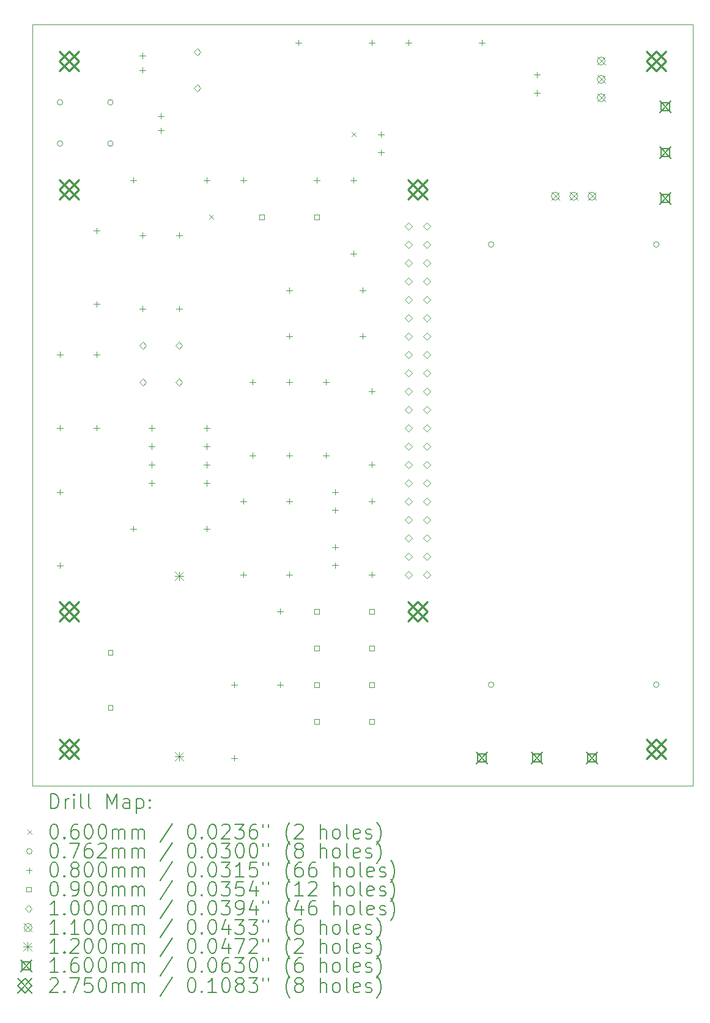
<source format=gbr>
%FSLAX45Y45*%
G04 Gerber Fmt 4.5, Leading zero omitted, Abs format (unit mm)*
G04 Created by KiCad (PCBNEW 6.0.0) date 2022-03-27 17:34:49*
%MOMM*%
%LPD*%
G01*
G04 APERTURE LIST*
%TA.AperFunction,Profile*%
%ADD10C,0.100000*%
%TD*%
%ADD11C,0.200000*%
%ADD12C,0.060000*%
%ADD13C,0.076200*%
%ADD14C,0.080000*%
%ADD15C,0.090000*%
%ADD16C,0.100000*%
%ADD17C,0.110000*%
%ADD18C,0.120000*%
%ADD19C,0.160000*%
%ADD20C,0.275000*%
G04 APERTURE END LIST*
D10*
X18669000Y-8128000D02*
X9525000Y-8128000D01*
X9525000Y-8128000D02*
X9525000Y-18669000D01*
X9525000Y-18669000D02*
X18669000Y-18669000D01*
X18669000Y-18669000D02*
X18669000Y-8128000D01*
D11*
D12*
X11971500Y-10765000D02*
X12031500Y-10825000D01*
X12031500Y-10765000D02*
X11971500Y-10825000D01*
X13940000Y-9622000D02*
X14000000Y-9682000D01*
X14000000Y-9622000D02*
X13940000Y-9682000D01*
D13*
X9944100Y-9207500D02*
G75*
G03*
X9944100Y-9207500I-38100J0D01*
G01*
X9944100Y-9779000D02*
G75*
G03*
X9944100Y-9779000I-38100J0D01*
G01*
X10642600Y-9207500D02*
G75*
G03*
X10642600Y-9207500I-38100J0D01*
G01*
X10642600Y-9779000D02*
G75*
G03*
X10642600Y-9779000I-38100J0D01*
G01*
X15913100Y-11176000D02*
G75*
G03*
X15913100Y-11176000I-38100J0D01*
G01*
X15913100Y-17272000D02*
G75*
G03*
X15913100Y-17272000I-38100J0D01*
G01*
X18199100Y-11176000D02*
G75*
G03*
X18199100Y-11176000I-38100J0D01*
G01*
X18199100Y-17272000D02*
G75*
G03*
X18199100Y-17272000I-38100J0D01*
G01*
D14*
X9906000Y-12660000D02*
X9906000Y-12740000D01*
X9866000Y-12700000D02*
X9946000Y-12700000D01*
X9906000Y-13676000D02*
X9906000Y-13756000D01*
X9866000Y-13716000D02*
X9946000Y-13716000D01*
X9906000Y-14565000D02*
X9906000Y-14645000D01*
X9866000Y-14605000D02*
X9946000Y-14605000D01*
X9906000Y-15581000D02*
X9906000Y-15661000D01*
X9866000Y-15621000D02*
X9946000Y-15621000D01*
X10414000Y-10945500D02*
X10414000Y-11025500D01*
X10374000Y-10985500D02*
X10454000Y-10985500D01*
X10414000Y-11961500D02*
X10414000Y-12041500D01*
X10374000Y-12001500D02*
X10454000Y-12001500D01*
X10414000Y-12660000D02*
X10414000Y-12740000D01*
X10374000Y-12700000D02*
X10454000Y-12700000D01*
X10414000Y-13676000D02*
X10414000Y-13756000D01*
X10374000Y-13716000D02*
X10454000Y-13716000D01*
X10922000Y-10247000D02*
X10922000Y-10327000D01*
X10882000Y-10287000D02*
X10962000Y-10287000D01*
X10922000Y-15073000D02*
X10922000Y-15153000D01*
X10882000Y-15113000D02*
X10962000Y-15113000D01*
X11049000Y-8523000D02*
X11049000Y-8603000D01*
X11009000Y-8563000D02*
X11089000Y-8563000D01*
X11049000Y-8723000D02*
X11049000Y-8803000D01*
X11009000Y-8763000D02*
X11089000Y-8763000D01*
X11049000Y-11009000D02*
X11049000Y-11089000D01*
X11009000Y-11049000D02*
X11089000Y-11049000D01*
X11049000Y-12025000D02*
X11049000Y-12105000D01*
X11009000Y-12065000D02*
X11089000Y-12065000D01*
X11177000Y-13677000D02*
X11177000Y-13757000D01*
X11137000Y-13717000D02*
X11217000Y-13717000D01*
X11177000Y-13931000D02*
X11177000Y-14011000D01*
X11137000Y-13971000D02*
X11217000Y-13971000D01*
X11177000Y-14185000D02*
X11177000Y-14265000D01*
X11137000Y-14225000D02*
X11217000Y-14225000D01*
X11177000Y-14439000D02*
X11177000Y-14519000D01*
X11137000Y-14479000D02*
X11217000Y-14479000D01*
X11303000Y-9358000D02*
X11303000Y-9438000D01*
X11263000Y-9398000D02*
X11343000Y-9398000D01*
X11303000Y-9558000D02*
X11303000Y-9638000D01*
X11263000Y-9598000D02*
X11343000Y-9598000D01*
X11557000Y-11009000D02*
X11557000Y-11089000D01*
X11517000Y-11049000D02*
X11597000Y-11049000D01*
X11557000Y-12025000D02*
X11557000Y-12105000D01*
X11517000Y-12065000D02*
X11597000Y-12065000D01*
X11938000Y-10247000D02*
X11938000Y-10327000D01*
X11898000Y-10287000D02*
X11978000Y-10287000D01*
X11938000Y-15073000D02*
X11938000Y-15153000D01*
X11898000Y-15113000D02*
X11978000Y-15113000D01*
X11939000Y-13677000D02*
X11939000Y-13757000D01*
X11899000Y-13717000D02*
X11979000Y-13717000D01*
X11939000Y-13931000D02*
X11939000Y-14011000D01*
X11899000Y-13971000D02*
X11979000Y-13971000D01*
X11939000Y-14185000D02*
X11939000Y-14265000D01*
X11899000Y-14225000D02*
X11979000Y-14225000D01*
X11939000Y-14439000D02*
X11939000Y-14519000D01*
X11899000Y-14479000D02*
X11979000Y-14479000D01*
X12319000Y-17232000D02*
X12319000Y-17312000D01*
X12279000Y-17272000D02*
X12359000Y-17272000D01*
X12319000Y-18248000D02*
X12319000Y-18328000D01*
X12279000Y-18288000D02*
X12359000Y-18288000D01*
X12446000Y-10247000D02*
X12446000Y-10327000D01*
X12406000Y-10287000D02*
X12486000Y-10287000D01*
X12446000Y-14692000D02*
X12446000Y-14772000D01*
X12406000Y-14732000D02*
X12486000Y-14732000D01*
X12446000Y-15708000D02*
X12446000Y-15788000D01*
X12406000Y-15748000D02*
X12486000Y-15748000D01*
X12573000Y-13041000D02*
X12573000Y-13121000D01*
X12533000Y-13081000D02*
X12613000Y-13081000D01*
X12573000Y-14057000D02*
X12573000Y-14137000D01*
X12533000Y-14097000D02*
X12613000Y-14097000D01*
X12954000Y-16216000D02*
X12954000Y-16296000D01*
X12914000Y-16256000D02*
X12994000Y-16256000D01*
X12954000Y-17232000D02*
X12954000Y-17312000D01*
X12914000Y-17272000D02*
X12994000Y-17272000D01*
X13081000Y-11771000D02*
X13081000Y-11851000D01*
X13041000Y-11811000D02*
X13121000Y-11811000D01*
X13081000Y-12406000D02*
X13081000Y-12486000D01*
X13041000Y-12446000D02*
X13121000Y-12446000D01*
X13081000Y-13041000D02*
X13081000Y-13121000D01*
X13041000Y-13081000D02*
X13121000Y-13081000D01*
X13081000Y-14057000D02*
X13081000Y-14137000D01*
X13041000Y-14097000D02*
X13121000Y-14097000D01*
X13081000Y-14692000D02*
X13081000Y-14772000D01*
X13041000Y-14732000D02*
X13121000Y-14732000D01*
X13081000Y-15708000D02*
X13081000Y-15788000D01*
X13041000Y-15748000D02*
X13121000Y-15748000D01*
X13208000Y-8342000D02*
X13208000Y-8422000D01*
X13168000Y-8382000D02*
X13248000Y-8382000D01*
X13462000Y-10247000D02*
X13462000Y-10327000D01*
X13422000Y-10287000D02*
X13502000Y-10287000D01*
X13589000Y-13041000D02*
X13589000Y-13121000D01*
X13549000Y-13081000D02*
X13629000Y-13081000D01*
X13589000Y-14057000D02*
X13589000Y-14137000D01*
X13549000Y-14097000D02*
X13629000Y-14097000D01*
X13716000Y-14565000D02*
X13716000Y-14645000D01*
X13676000Y-14605000D02*
X13756000Y-14605000D01*
X13716000Y-14815000D02*
X13716000Y-14895000D01*
X13676000Y-14855000D02*
X13756000Y-14855000D01*
X13716000Y-15327000D02*
X13716000Y-15407000D01*
X13676000Y-15367000D02*
X13756000Y-15367000D01*
X13716000Y-15577000D02*
X13716000Y-15657000D01*
X13676000Y-15617000D02*
X13756000Y-15617000D01*
X13970000Y-10247000D02*
X13970000Y-10327000D01*
X13930000Y-10287000D02*
X14010000Y-10287000D01*
X13970000Y-11263000D02*
X13970000Y-11343000D01*
X13930000Y-11303000D02*
X14010000Y-11303000D01*
X14097000Y-11771000D02*
X14097000Y-11851000D01*
X14057000Y-11811000D02*
X14137000Y-11811000D01*
X14097000Y-12406000D02*
X14097000Y-12486000D01*
X14057000Y-12446000D02*
X14137000Y-12446000D01*
X14224000Y-8342000D02*
X14224000Y-8422000D01*
X14184000Y-8382000D02*
X14264000Y-8382000D01*
X14224000Y-13168000D02*
X14224000Y-13248000D01*
X14184000Y-13208000D02*
X14264000Y-13208000D01*
X14224000Y-14184000D02*
X14224000Y-14264000D01*
X14184000Y-14224000D02*
X14264000Y-14224000D01*
X14224000Y-14692000D02*
X14224000Y-14772000D01*
X14184000Y-14732000D02*
X14264000Y-14732000D01*
X14224000Y-15708000D02*
X14224000Y-15788000D01*
X14184000Y-15748000D02*
X14264000Y-15748000D01*
X14351000Y-9612000D02*
X14351000Y-9692000D01*
X14311000Y-9652000D02*
X14391000Y-9652000D01*
X14351000Y-9862000D02*
X14351000Y-9942000D01*
X14311000Y-9902000D02*
X14391000Y-9902000D01*
X14732000Y-8342000D02*
X14732000Y-8422000D01*
X14692000Y-8382000D02*
X14772000Y-8382000D01*
X15748000Y-8342000D02*
X15748000Y-8422000D01*
X15708000Y-8382000D02*
X15788000Y-8382000D01*
X16510000Y-8786500D02*
X16510000Y-8866500D01*
X16470000Y-8826500D02*
X16550000Y-8826500D01*
X16510000Y-9036500D02*
X16510000Y-9116500D01*
X16470000Y-9076500D02*
X16550000Y-9076500D01*
D15*
X10636320Y-16859320D02*
X10636320Y-16795680D01*
X10572680Y-16795680D01*
X10572680Y-16859320D01*
X10636320Y-16859320D01*
X10636320Y-17621320D02*
X10636320Y-17557680D01*
X10572680Y-17557680D01*
X10572680Y-17621320D01*
X10636320Y-17621320D01*
X12731820Y-10826820D02*
X12731820Y-10763180D01*
X12668180Y-10763180D01*
X12668180Y-10826820D01*
X12731820Y-10826820D01*
X13493820Y-10826820D02*
X13493820Y-10763180D01*
X13430180Y-10763180D01*
X13430180Y-10826820D01*
X13493820Y-10826820D01*
X13493820Y-16287820D02*
X13493820Y-16224180D01*
X13430180Y-16224180D01*
X13430180Y-16287820D01*
X13493820Y-16287820D01*
X13493820Y-16795820D02*
X13493820Y-16732180D01*
X13430180Y-16732180D01*
X13430180Y-16795820D01*
X13493820Y-16795820D01*
X13493820Y-17303820D02*
X13493820Y-17240180D01*
X13430180Y-17240180D01*
X13430180Y-17303820D01*
X13493820Y-17303820D01*
X13493820Y-17811820D02*
X13493820Y-17748180D01*
X13430180Y-17748180D01*
X13430180Y-17811820D01*
X13493820Y-17811820D01*
X14255820Y-16287820D02*
X14255820Y-16224180D01*
X14192180Y-16224180D01*
X14192180Y-16287820D01*
X14255820Y-16287820D01*
X14255820Y-16795820D02*
X14255820Y-16732180D01*
X14192180Y-16732180D01*
X14192180Y-16795820D01*
X14255820Y-16795820D01*
X14255820Y-17303820D02*
X14255820Y-17240180D01*
X14192180Y-17240180D01*
X14192180Y-17303820D01*
X14255820Y-17303820D01*
X14255820Y-17811820D02*
X14255820Y-17748180D01*
X14192180Y-17748180D01*
X14192180Y-17811820D01*
X14255820Y-17811820D01*
D16*
X11053000Y-12623000D02*
X11103000Y-12573000D01*
X11053000Y-12523000D01*
X11003000Y-12573000D01*
X11053000Y-12623000D01*
X11053000Y-13131000D02*
X11103000Y-13081000D01*
X11053000Y-13031000D01*
X11003000Y-13081000D01*
X11053000Y-13131000D01*
X11553000Y-12623000D02*
X11603000Y-12573000D01*
X11553000Y-12523000D01*
X11503000Y-12573000D01*
X11553000Y-12623000D01*
X11553000Y-13131000D02*
X11603000Y-13081000D01*
X11553000Y-13031000D01*
X11503000Y-13081000D01*
X11553000Y-13131000D01*
X11807000Y-8563000D02*
X11857000Y-8513000D01*
X11807000Y-8463000D01*
X11757000Y-8513000D01*
X11807000Y-8563000D01*
X11807000Y-9063000D02*
X11857000Y-9013000D01*
X11807000Y-8963000D01*
X11757000Y-9013000D01*
X11807000Y-9063000D01*
X14731500Y-10972500D02*
X14781500Y-10922500D01*
X14731500Y-10872500D01*
X14681500Y-10922500D01*
X14731500Y-10972500D01*
X14731500Y-11226500D02*
X14781500Y-11176500D01*
X14731500Y-11126500D01*
X14681500Y-11176500D01*
X14731500Y-11226500D01*
X14731500Y-11480500D02*
X14781500Y-11430500D01*
X14731500Y-11380500D01*
X14681500Y-11430500D01*
X14731500Y-11480500D01*
X14731500Y-11734500D02*
X14781500Y-11684500D01*
X14731500Y-11634500D01*
X14681500Y-11684500D01*
X14731500Y-11734500D01*
X14731500Y-11988500D02*
X14781500Y-11938500D01*
X14731500Y-11888500D01*
X14681500Y-11938500D01*
X14731500Y-11988500D01*
X14731500Y-12242500D02*
X14781500Y-12192500D01*
X14731500Y-12142500D01*
X14681500Y-12192500D01*
X14731500Y-12242500D01*
X14731500Y-12496500D02*
X14781500Y-12446500D01*
X14731500Y-12396500D01*
X14681500Y-12446500D01*
X14731500Y-12496500D01*
X14731500Y-12750500D02*
X14781500Y-12700500D01*
X14731500Y-12650500D01*
X14681500Y-12700500D01*
X14731500Y-12750500D01*
X14731500Y-13004500D02*
X14781500Y-12954500D01*
X14731500Y-12904500D01*
X14681500Y-12954500D01*
X14731500Y-13004500D01*
X14731500Y-13258500D02*
X14781500Y-13208500D01*
X14731500Y-13158500D01*
X14681500Y-13208500D01*
X14731500Y-13258500D01*
X14731500Y-13512500D02*
X14781500Y-13462500D01*
X14731500Y-13412500D01*
X14681500Y-13462500D01*
X14731500Y-13512500D01*
X14731500Y-13766500D02*
X14781500Y-13716500D01*
X14731500Y-13666500D01*
X14681500Y-13716500D01*
X14731500Y-13766500D01*
X14731500Y-14020500D02*
X14781500Y-13970500D01*
X14731500Y-13920500D01*
X14681500Y-13970500D01*
X14731500Y-14020500D01*
X14731500Y-14274500D02*
X14781500Y-14224500D01*
X14731500Y-14174500D01*
X14681500Y-14224500D01*
X14731500Y-14274500D01*
X14731500Y-14528500D02*
X14781500Y-14478500D01*
X14731500Y-14428500D01*
X14681500Y-14478500D01*
X14731500Y-14528500D01*
X14731500Y-14782500D02*
X14781500Y-14732500D01*
X14731500Y-14682500D01*
X14681500Y-14732500D01*
X14731500Y-14782500D01*
X14731500Y-15036500D02*
X14781500Y-14986500D01*
X14731500Y-14936500D01*
X14681500Y-14986500D01*
X14731500Y-15036500D01*
X14731500Y-15290500D02*
X14781500Y-15240500D01*
X14731500Y-15190500D01*
X14681500Y-15240500D01*
X14731500Y-15290500D01*
X14731500Y-15544500D02*
X14781500Y-15494500D01*
X14731500Y-15444500D01*
X14681500Y-15494500D01*
X14731500Y-15544500D01*
X14731500Y-15798500D02*
X14781500Y-15748500D01*
X14731500Y-15698500D01*
X14681500Y-15748500D01*
X14731500Y-15798500D01*
X14985500Y-10972500D02*
X15035500Y-10922500D01*
X14985500Y-10872500D01*
X14935500Y-10922500D01*
X14985500Y-10972500D01*
X14985500Y-11226500D02*
X15035500Y-11176500D01*
X14985500Y-11126500D01*
X14935500Y-11176500D01*
X14985500Y-11226500D01*
X14985500Y-11480500D02*
X15035500Y-11430500D01*
X14985500Y-11380500D01*
X14935500Y-11430500D01*
X14985500Y-11480500D01*
X14985500Y-11734500D02*
X15035500Y-11684500D01*
X14985500Y-11634500D01*
X14935500Y-11684500D01*
X14985500Y-11734500D01*
X14985500Y-11988500D02*
X15035500Y-11938500D01*
X14985500Y-11888500D01*
X14935500Y-11938500D01*
X14985500Y-11988500D01*
X14985500Y-12242500D02*
X15035500Y-12192500D01*
X14985500Y-12142500D01*
X14935500Y-12192500D01*
X14985500Y-12242500D01*
X14985500Y-12496500D02*
X15035500Y-12446500D01*
X14985500Y-12396500D01*
X14935500Y-12446500D01*
X14985500Y-12496500D01*
X14985500Y-12750500D02*
X15035500Y-12700500D01*
X14985500Y-12650500D01*
X14935500Y-12700500D01*
X14985500Y-12750500D01*
X14985500Y-13004500D02*
X15035500Y-12954500D01*
X14985500Y-12904500D01*
X14935500Y-12954500D01*
X14985500Y-13004500D01*
X14985500Y-13258500D02*
X15035500Y-13208500D01*
X14985500Y-13158500D01*
X14935500Y-13208500D01*
X14985500Y-13258500D01*
X14985500Y-13512500D02*
X15035500Y-13462500D01*
X14985500Y-13412500D01*
X14935500Y-13462500D01*
X14985500Y-13512500D01*
X14985500Y-13766500D02*
X15035500Y-13716500D01*
X14985500Y-13666500D01*
X14935500Y-13716500D01*
X14985500Y-13766500D01*
X14985500Y-14020500D02*
X15035500Y-13970500D01*
X14985500Y-13920500D01*
X14935500Y-13970500D01*
X14985500Y-14020500D01*
X14985500Y-14274500D02*
X15035500Y-14224500D01*
X14985500Y-14174500D01*
X14935500Y-14224500D01*
X14985500Y-14274500D01*
X14985500Y-14528500D02*
X15035500Y-14478500D01*
X14985500Y-14428500D01*
X14935500Y-14478500D01*
X14985500Y-14528500D01*
X14985500Y-14782500D02*
X15035500Y-14732500D01*
X14985500Y-14682500D01*
X14935500Y-14732500D01*
X14985500Y-14782500D01*
X14985500Y-15036500D02*
X15035500Y-14986500D01*
X14985500Y-14936500D01*
X14935500Y-14986500D01*
X14985500Y-15036500D01*
X14985500Y-15290500D02*
X15035500Y-15240500D01*
X14985500Y-15190500D01*
X14935500Y-15240500D01*
X14985500Y-15290500D01*
X14985500Y-15544500D02*
X15035500Y-15494500D01*
X14985500Y-15444500D01*
X14935500Y-15494500D01*
X14985500Y-15544500D01*
X14985500Y-15798500D02*
X15035500Y-15748500D01*
X14985500Y-15698500D01*
X14935500Y-15748500D01*
X14985500Y-15798500D01*
D17*
X16709000Y-10453500D02*
X16819000Y-10563500D01*
X16819000Y-10453500D02*
X16709000Y-10563500D01*
X16819000Y-10508500D02*
G75*
G03*
X16819000Y-10508500I-55000J0D01*
G01*
X16963000Y-10453500D02*
X17073000Y-10563500D01*
X17073000Y-10453500D02*
X16963000Y-10563500D01*
X17073000Y-10508500D02*
G75*
G03*
X17073000Y-10508500I-55000J0D01*
G01*
X17217000Y-10453500D02*
X17327000Y-10563500D01*
X17327000Y-10453500D02*
X17217000Y-10563500D01*
X17327000Y-10508500D02*
G75*
G03*
X17327000Y-10508500I-55000J0D01*
G01*
X17344000Y-8581000D02*
X17454000Y-8691000D01*
X17454000Y-8581000D02*
X17344000Y-8691000D01*
X17454000Y-8636000D02*
G75*
G03*
X17454000Y-8636000I-55000J0D01*
G01*
X17344000Y-8835000D02*
X17454000Y-8945000D01*
X17454000Y-8835000D02*
X17344000Y-8945000D01*
X17454000Y-8890000D02*
G75*
G03*
X17454000Y-8890000I-55000J0D01*
G01*
X17344000Y-9089000D02*
X17454000Y-9199000D01*
X17454000Y-9089000D02*
X17344000Y-9199000D01*
X17454000Y-9144000D02*
G75*
G03*
X17454000Y-9144000I-55000J0D01*
G01*
D18*
X11498750Y-15708000D02*
X11618750Y-15828000D01*
X11618750Y-15708000D02*
X11498750Y-15828000D01*
X11558750Y-15708000D02*
X11558750Y-15828000D01*
X11498750Y-15768000D02*
X11618750Y-15768000D01*
X11498750Y-18208000D02*
X11618750Y-18328000D01*
X11618750Y-18208000D02*
X11498750Y-18328000D01*
X11558750Y-18208000D02*
X11558750Y-18328000D01*
X11498750Y-18268000D02*
X11618750Y-18268000D01*
D19*
X15668000Y-18208000D02*
X15828000Y-18368000D01*
X15828000Y-18208000D02*
X15668000Y-18368000D01*
X15804569Y-18344569D02*
X15804569Y-18231431D01*
X15691431Y-18231431D01*
X15691431Y-18344569D01*
X15804569Y-18344569D01*
X16430000Y-18208000D02*
X16590000Y-18368000D01*
X16590000Y-18208000D02*
X16430000Y-18368000D01*
X16566569Y-18344569D02*
X16566569Y-18231431D01*
X16453431Y-18231431D01*
X16453431Y-18344569D01*
X16566569Y-18344569D01*
X17192000Y-18208000D02*
X17352000Y-18368000D01*
X17352000Y-18208000D02*
X17192000Y-18368000D01*
X17328569Y-18344569D02*
X17328569Y-18231431D01*
X17215431Y-18231431D01*
X17215431Y-18344569D01*
X17328569Y-18344569D01*
X18208000Y-9191000D02*
X18368000Y-9351000D01*
X18368000Y-9191000D02*
X18208000Y-9351000D01*
X18344569Y-9327569D02*
X18344569Y-9214431D01*
X18231431Y-9214431D01*
X18231431Y-9327569D01*
X18344569Y-9327569D01*
X18208000Y-9826000D02*
X18368000Y-9986000D01*
X18368000Y-9826000D02*
X18208000Y-9986000D01*
X18344569Y-9962569D02*
X18344569Y-9849431D01*
X18231431Y-9849431D01*
X18231431Y-9962569D01*
X18344569Y-9962569D01*
X18208000Y-10461000D02*
X18368000Y-10621000D01*
X18368000Y-10461000D02*
X18208000Y-10621000D01*
X18344569Y-10597569D02*
X18344569Y-10484431D01*
X18231431Y-10484431D01*
X18231431Y-10597569D01*
X18344569Y-10597569D01*
D20*
X9895500Y-8498500D02*
X10170500Y-8773500D01*
X10170500Y-8498500D02*
X9895500Y-8773500D01*
X10033000Y-8773500D02*
X10170500Y-8636000D01*
X10033000Y-8498500D01*
X9895500Y-8636000D01*
X10033000Y-8773500D01*
X9895500Y-10276500D02*
X10170500Y-10551500D01*
X10170500Y-10276500D02*
X9895500Y-10551500D01*
X10033000Y-10551500D02*
X10170500Y-10414000D01*
X10033000Y-10276500D01*
X9895500Y-10414000D01*
X10033000Y-10551500D01*
X9895500Y-16118500D02*
X10170500Y-16393500D01*
X10170500Y-16118500D02*
X9895500Y-16393500D01*
X10033000Y-16393500D02*
X10170500Y-16256000D01*
X10033000Y-16118500D01*
X9895500Y-16256000D01*
X10033000Y-16393500D01*
X9895500Y-18023500D02*
X10170500Y-18298500D01*
X10170500Y-18023500D02*
X9895500Y-18298500D01*
X10033000Y-18298500D02*
X10170500Y-18161000D01*
X10033000Y-18023500D01*
X9895500Y-18161000D01*
X10033000Y-18298500D01*
X14721500Y-10276500D02*
X14996500Y-10551500D01*
X14996500Y-10276500D02*
X14721500Y-10551500D01*
X14859000Y-10551500D02*
X14996500Y-10414000D01*
X14859000Y-10276500D01*
X14721500Y-10414000D01*
X14859000Y-10551500D01*
X14721500Y-16118500D02*
X14996500Y-16393500D01*
X14996500Y-16118500D02*
X14721500Y-16393500D01*
X14859000Y-16393500D02*
X14996500Y-16256000D01*
X14859000Y-16118500D01*
X14721500Y-16256000D01*
X14859000Y-16393500D01*
X18023500Y-8498500D02*
X18298500Y-8773500D01*
X18298500Y-8498500D02*
X18023500Y-8773500D01*
X18161000Y-8773500D02*
X18298500Y-8636000D01*
X18161000Y-8498500D01*
X18023500Y-8636000D01*
X18161000Y-8773500D01*
X18023500Y-18023500D02*
X18298500Y-18298500D01*
X18298500Y-18023500D02*
X18023500Y-18298500D01*
X18161000Y-18298500D02*
X18298500Y-18161000D01*
X18161000Y-18023500D01*
X18023500Y-18161000D01*
X18161000Y-18298500D01*
D11*
X9777619Y-18984476D02*
X9777619Y-18784476D01*
X9825238Y-18784476D01*
X9853810Y-18794000D01*
X9872857Y-18813048D01*
X9882381Y-18832095D01*
X9891905Y-18870190D01*
X9891905Y-18898762D01*
X9882381Y-18936857D01*
X9872857Y-18955905D01*
X9853810Y-18974952D01*
X9825238Y-18984476D01*
X9777619Y-18984476D01*
X9977619Y-18984476D02*
X9977619Y-18851143D01*
X9977619Y-18889238D02*
X9987143Y-18870190D01*
X9996667Y-18860667D01*
X10015714Y-18851143D01*
X10034762Y-18851143D01*
X10101429Y-18984476D02*
X10101429Y-18851143D01*
X10101429Y-18784476D02*
X10091905Y-18794000D01*
X10101429Y-18803524D01*
X10110952Y-18794000D01*
X10101429Y-18784476D01*
X10101429Y-18803524D01*
X10225238Y-18984476D02*
X10206190Y-18974952D01*
X10196667Y-18955905D01*
X10196667Y-18784476D01*
X10330000Y-18984476D02*
X10310952Y-18974952D01*
X10301429Y-18955905D01*
X10301429Y-18784476D01*
X10558571Y-18984476D02*
X10558571Y-18784476D01*
X10625238Y-18927333D01*
X10691905Y-18784476D01*
X10691905Y-18984476D01*
X10872857Y-18984476D02*
X10872857Y-18879714D01*
X10863333Y-18860667D01*
X10844286Y-18851143D01*
X10806190Y-18851143D01*
X10787143Y-18860667D01*
X10872857Y-18974952D02*
X10853810Y-18984476D01*
X10806190Y-18984476D01*
X10787143Y-18974952D01*
X10777619Y-18955905D01*
X10777619Y-18936857D01*
X10787143Y-18917810D01*
X10806190Y-18908286D01*
X10853810Y-18908286D01*
X10872857Y-18898762D01*
X10968095Y-18851143D02*
X10968095Y-19051143D01*
X10968095Y-18860667D02*
X10987143Y-18851143D01*
X11025238Y-18851143D01*
X11044286Y-18860667D01*
X11053810Y-18870190D01*
X11063333Y-18889238D01*
X11063333Y-18946381D01*
X11053810Y-18965429D01*
X11044286Y-18974952D01*
X11025238Y-18984476D01*
X10987143Y-18984476D01*
X10968095Y-18974952D01*
X11149048Y-18965429D02*
X11158571Y-18974952D01*
X11149048Y-18984476D01*
X11139524Y-18974952D01*
X11149048Y-18965429D01*
X11149048Y-18984476D01*
X11149048Y-18860667D02*
X11158571Y-18870190D01*
X11149048Y-18879714D01*
X11139524Y-18870190D01*
X11149048Y-18860667D01*
X11149048Y-18879714D01*
D12*
X9460000Y-19284000D02*
X9520000Y-19344000D01*
X9520000Y-19284000D02*
X9460000Y-19344000D01*
D11*
X9815714Y-19204476D02*
X9834762Y-19204476D01*
X9853810Y-19214000D01*
X9863333Y-19223524D01*
X9872857Y-19242571D01*
X9882381Y-19280667D01*
X9882381Y-19328286D01*
X9872857Y-19366381D01*
X9863333Y-19385429D01*
X9853810Y-19394952D01*
X9834762Y-19404476D01*
X9815714Y-19404476D01*
X9796667Y-19394952D01*
X9787143Y-19385429D01*
X9777619Y-19366381D01*
X9768095Y-19328286D01*
X9768095Y-19280667D01*
X9777619Y-19242571D01*
X9787143Y-19223524D01*
X9796667Y-19214000D01*
X9815714Y-19204476D01*
X9968095Y-19385429D02*
X9977619Y-19394952D01*
X9968095Y-19404476D01*
X9958571Y-19394952D01*
X9968095Y-19385429D01*
X9968095Y-19404476D01*
X10149048Y-19204476D02*
X10110952Y-19204476D01*
X10091905Y-19214000D01*
X10082381Y-19223524D01*
X10063333Y-19252095D01*
X10053810Y-19290190D01*
X10053810Y-19366381D01*
X10063333Y-19385429D01*
X10072857Y-19394952D01*
X10091905Y-19404476D01*
X10130000Y-19404476D01*
X10149048Y-19394952D01*
X10158571Y-19385429D01*
X10168095Y-19366381D01*
X10168095Y-19318762D01*
X10158571Y-19299714D01*
X10149048Y-19290190D01*
X10130000Y-19280667D01*
X10091905Y-19280667D01*
X10072857Y-19290190D01*
X10063333Y-19299714D01*
X10053810Y-19318762D01*
X10291905Y-19204476D02*
X10310952Y-19204476D01*
X10330000Y-19214000D01*
X10339524Y-19223524D01*
X10349048Y-19242571D01*
X10358571Y-19280667D01*
X10358571Y-19328286D01*
X10349048Y-19366381D01*
X10339524Y-19385429D01*
X10330000Y-19394952D01*
X10310952Y-19404476D01*
X10291905Y-19404476D01*
X10272857Y-19394952D01*
X10263333Y-19385429D01*
X10253810Y-19366381D01*
X10244286Y-19328286D01*
X10244286Y-19280667D01*
X10253810Y-19242571D01*
X10263333Y-19223524D01*
X10272857Y-19214000D01*
X10291905Y-19204476D01*
X10482381Y-19204476D02*
X10501429Y-19204476D01*
X10520476Y-19214000D01*
X10530000Y-19223524D01*
X10539524Y-19242571D01*
X10549048Y-19280667D01*
X10549048Y-19328286D01*
X10539524Y-19366381D01*
X10530000Y-19385429D01*
X10520476Y-19394952D01*
X10501429Y-19404476D01*
X10482381Y-19404476D01*
X10463333Y-19394952D01*
X10453810Y-19385429D01*
X10444286Y-19366381D01*
X10434762Y-19328286D01*
X10434762Y-19280667D01*
X10444286Y-19242571D01*
X10453810Y-19223524D01*
X10463333Y-19214000D01*
X10482381Y-19204476D01*
X10634762Y-19404476D02*
X10634762Y-19271143D01*
X10634762Y-19290190D02*
X10644286Y-19280667D01*
X10663333Y-19271143D01*
X10691905Y-19271143D01*
X10710952Y-19280667D01*
X10720476Y-19299714D01*
X10720476Y-19404476D01*
X10720476Y-19299714D02*
X10730000Y-19280667D01*
X10749048Y-19271143D01*
X10777619Y-19271143D01*
X10796667Y-19280667D01*
X10806190Y-19299714D01*
X10806190Y-19404476D01*
X10901429Y-19404476D02*
X10901429Y-19271143D01*
X10901429Y-19290190D02*
X10910952Y-19280667D01*
X10930000Y-19271143D01*
X10958571Y-19271143D01*
X10977619Y-19280667D01*
X10987143Y-19299714D01*
X10987143Y-19404476D01*
X10987143Y-19299714D02*
X10996667Y-19280667D01*
X11015714Y-19271143D01*
X11044286Y-19271143D01*
X11063333Y-19280667D01*
X11072857Y-19299714D01*
X11072857Y-19404476D01*
X11463333Y-19194952D02*
X11291905Y-19452095D01*
X11720476Y-19204476D02*
X11739524Y-19204476D01*
X11758571Y-19214000D01*
X11768095Y-19223524D01*
X11777619Y-19242571D01*
X11787143Y-19280667D01*
X11787143Y-19328286D01*
X11777619Y-19366381D01*
X11768095Y-19385429D01*
X11758571Y-19394952D01*
X11739524Y-19404476D01*
X11720476Y-19404476D01*
X11701428Y-19394952D01*
X11691905Y-19385429D01*
X11682381Y-19366381D01*
X11672857Y-19328286D01*
X11672857Y-19280667D01*
X11682381Y-19242571D01*
X11691905Y-19223524D01*
X11701428Y-19214000D01*
X11720476Y-19204476D01*
X11872857Y-19385429D02*
X11882381Y-19394952D01*
X11872857Y-19404476D01*
X11863333Y-19394952D01*
X11872857Y-19385429D01*
X11872857Y-19404476D01*
X12006190Y-19204476D02*
X12025238Y-19204476D01*
X12044286Y-19214000D01*
X12053809Y-19223524D01*
X12063333Y-19242571D01*
X12072857Y-19280667D01*
X12072857Y-19328286D01*
X12063333Y-19366381D01*
X12053809Y-19385429D01*
X12044286Y-19394952D01*
X12025238Y-19404476D01*
X12006190Y-19404476D01*
X11987143Y-19394952D01*
X11977619Y-19385429D01*
X11968095Y-19366381D01*
X11958571Y-19328286D01*
X11958571Y-19280667D01*
X11968095Y-19242571D01*
X11977619Y-19223524D01*
X11987143Y-19214000D01*
X12006190Y-19204476D01*
X12149048Y-19223524D02*
X12158571Y-19214000D01*
X12177619Y-19204476D01*
X12225238Y-19204476D01*
X12244286Y-19214000D01*
X12253809Y-19223524D01*
X12263333Y-19242571D01*
X12263333Y-19261619D01*
X12253809Y-19290190D01*
X12139524Y-19404476D01*
X12263333Y-19404476D01*
X12330000Y-19204476D02*
X12453809Y-19204476D01*
X12387143Y-19280667D01*
X12415714Y-19280667D01*
X12434762Y-19290190D01*
X12444286Y-19299714D01*
X12453809Y-19318762D01*
X12453809Y-19366381D01*
X12444286Y-19385429D01*
X12434762Y-19394952D01*
X12415714Y-19404476D01*
X12358571Y-19404476D01*
X12339524Y-19394952D01*
X12330000Y-19385429D01*
X12625238Y-19204476D02*
X12587143Y-19204476D01*
X12568095Y-19214000D01*
X12558571Y-19223524D01*
X12539524Y-19252095D01*
X12530000Y-19290190D01*
X12530000Y-19366381D01*
X12539524Y-19385429D01*
X12549048Y-19394952D01*
X12568095Y-19404476D01*
X12606190Y-19404476D01*
X12625238Y-19394952D01*
X12634762Y-19385429D01*
X12644286Y-19366381D01*
X12644286Y-19318762D01*
X12634762Y-19299714D01*
X12625238Y-19290190D01*
X12606190Y-19280667D01*
X12568095Y-19280667D01*
X12549048Y-19290190D01*
X12539524Y-19299714D01*
X12530000Y-19318762D01*
X12720476Y-19204476D02*
X12720476Y-19242571D01*
X12796667Y-19204476D02*
X12796667Y-19242571D01*
X13091905Y-19480667D02*
X13082381Y-19471143D01*
X13063333Y-19442571D01*
X13053809Y-19423524D01*
X13044286Y-19394952D01*
X13034762Y-19347333D01*
X13034762Y-19309238D01*
X13044286Y-19261619D01*
X13053809Y-19233048D01*
X13063333Y-19214000D01*
X13082381Y-19185429D01*
X13091905Y-19175905D01*
X13158571Y-19223524D02*
X13168095Y-19214000D01*
X13187143Y-19204476D01*
X13234762Y-19204476D01*
X13253809Y-19214000D01*
X13263333Y-19223524D01*
X13272857Y-19242571D01*
X13272857Y-19261619D01*
X13263333Y-19290190D01*
X13149048Y-19404476D01*
X13272857Y-19404476D01*
X13510952Y-19404476D02*
X13510952Y-19204476D01*
X13596667Y-19404476D02*
X13596667Y-19299714D01*
X13587143Y-19280667D01*
X13568095Y-19271143D01*
X13539524Y-19271143D01*
X13520476Y-19280667D01*
X13510952Y-19290190D01*
X13720476Y-19404476D02*
X13701428Y-19394952D01*
X13691905Y-19385429D01*
X13682381Y-19366381D01*
X13682381Y-19309238D01*
X13691905Y-19290190D01*
X13701428Y-19280667D01*
X13720476Y-19271143D01*
X13749048Y-19271143D01*
X13768095Y-19280667D01*
X13777619Y-19290190D01*
X13787143Y-19309238D01*
X13787143Y-19366381D01*
X13777619Y-19385429D01*
X13768095Y-19394952D01*
X13749048Y-19404476D01*
X13720476Y-19404476D01*
X13901428Y-19404476D02*
X13882381Y-19394952D01*
X13872857Y-19375905D01*
X13872857Y-19204476D01*
X14053809Y-19394952D02*
X14034762Y-19404476D01*
X13996667Y-19404476D01*
X13977619Y-19394952D01*
X13968095Y-19375905D01*
X13968095Y-19299714D01*
X13977619Y-19280667D01*
X13996667Y-19271143D01*
X14034762Y-19271143D01*
X14053809Y-19280667D01*
X14063333Y-19299714D01*
X14063333Y-19318762D01*
X13968095Y-19337810D01*
X14139524Y-19394952D02*
X14158571Y-19404476D01*
X14196667Y-19404476D01*
X14215714Y-19394952D01*
X14225238Y-19375905D01*
X14225238Y-19366381D01*
X14215714Y-19347333D01*
X14196667Y-19337810D01*
X14168095Y-19337810D01*
X14149048Y-19328286D01*
X14139524Y-19309238D01*
X14139524Y-19299714D01*
X14149048Y-19280667D01*
X14168095Y-19271143D01*
X14196667Y-19271143D01*
X14215714Y-19280667D01*
X14291905Y-19480667D02*
X14301428Y-19471143D01*
X14320476Y-19442571D01*
X14330000Y-19423524D01*
X14339524Y-19394952D01*
X14349048Y-19347333D01*
X14349048Y-19309238D01*
X14339524Y-19261619D01*
X14330000Y-19233048D01*
X14320476Y-19214000D01*
X14301428Y-19185429D01*
X14291905Y-19175905D01*
D13*
X9520000Y-19578000D02*
G75*
G03*
X9520000Y-19578000I-38100J0D01*
G01*
D11*
X9815714Y-19468476D02*
X9834762Y-19468476D01*
X9853810Y-19478000D01*
X9863333Y-19487524D01*
X9872857Y-19506571D01*
X9882381Y-19544667D01*
X9882381Y-19592286D01*
X9872857Y-19630381D01*
X9863333Y-19649429D01*
X9853810Y-19658952D01*
X9834762Y-19668476D01*
X9815714Y-19668476D01*
X9796667Y-19658952D01*
X9787143Y-19649429D01*
X9777619Y-19630381D01*
X9768095Y-19592286D01*
X9768095Y-19544667D01*
X9777619Y-19506571D01*
X9787143Y-19487524D01*
X9796667Y-19478000D01*
X9815714Y-19468476D01*
X9968095Y-19649429D02*
X9977619Y-19658952D01*
X9968095Y-19668476D01*
X9958571Y-19658952D01*
X9968095Y-19649429D01*
X9968095Y-19668476D01*
X10044286Y-19468476D02*
X10177619Y-19468476D01*
X10091905Y-19668476D01*
X10339524Y-19468476D02*
X10301429Y-19468476D01*
X10282381Y-19478000D01*
X10272857Y-19487524D01*
X10253810Y-19516095D01*
X10244286Y-19554190D01*
X10244286Y-19630381D01*
X10253810Y-19649429D01*
X10263333Y-19658952D01*
X10282381Y-19668476D01*
X10320476Y-19668476D01*
X10339524Y-19658952D01*
X10349048Y-19649429D01*
X10358571Y-19630381D01*
X10358571Y-19582762D01*
X10349048Y-19563714D01*
X10339524Y-19554190D01*
X10320476Y-19544667D01*
X10282381Y-19544667D01*
X10263333Y-19554190D01*
X10253810Y-19563714D01*
X10244286Y-19582762D01*
X10434762Y-19487524D02*
X10444286Y-19478000D01*
X10463333Y-19468476D01*
X10510952Y-19468476D01*
X10530000Y-19478000D01*
X10539524Y-19487524D01*
X10549048Y-19506571D01*
X10549048Y-19525619D01*
X10539524Y-19554190D01*
X10425238Y-19668476D01*
X10549048Y-19668476D01*
X10634762Y-19668476D02*
X10634762Y-19535143D01*
X10634762Y-19554190D02*
X10644286Y-19544667D01*
X10663333Y-19535143D01*
X10691905Y-19535143D01*
X10710952Y-19544667D01*
X10720476Y-19563714D01*
X10720476Y-19668476D01*
X10720476Y-19563714D02*
X10730000Y-19544667D01*
X10749048Y-19535143D01*
X10777619Y-19535143D01*
X10796667Y-19544667D01*
X10806190Y-19563714D01*
X10806190Y-19668476D01*
X10901429Y-19668476D02*
X10901429Y-19535143D01*
X10901429Y-19554190D02*
X10910952Y-19544667D01*
X10930000Y-19535143D01*
X10958571Y-19535143D01*
X10977619Y-19544667D01*
X10987143Y-19563714D01*
X10987143Y-19668476D01*
X10987143Y-19563714D02*
X10996667Y-19544667D01*
X11015714Y-19535143D01*
X11044286Y-19535143D01*
X11063333Y-19544667D01*
X11072857Y-19563714D01*
X11072857Y-19668476D01*
X11463333Y-19458952D02*
X11291905Y-19716095D01*
X11720476Y-19468476D02*
X11739524Y-19468476D01*
X11758571Y-19478000D01*
X11768095Y-19487524D01*
X11777619Y-19506571D01*
X11787143Y-19544667D01*
X11787143Y-19592286D01*
X11777619Y-19630381D01*
X11768095Y-19649429D01*
X11758571Y-19658952D01*
X11739524Y-19668476D01*
X11720476Y-19668476D01*
X11701428Y-19658952D01*
X11691905Y-19649429D01*
X11682381Y-19630381D01*
X11672857Y-19592286D01*
X11672857Y-19544667D01*
X11682381Y-19506571D01*
X11691905Y-19487524D01*
X11701428Y-19478000D01*
X11720476Y-19468476D01*
X11872857Y-19649429D02*
X11882381Y-19658952D01*
X11872857Y-19668476D01*
X11863333Y-19658952D01*
X11872857Y-19649429D01*
X11872857Y-19668476D01*
X12006190Y-19468476D02*
X12025238Y-19468476D01*
X12044286Y-19478000D01*
X12053809Y-19487524D01*
X12063333Y-19506571D01*
X12072857Y-19544667D01*
X12072857Y-19592286D01*
X12063333Y-19630381D01*
X12053809Y-19649429D01*
X12044286Y-19658952D01*
X12025238Y-19668476D01*
X12006190Y-19668476D01*
X11987143Y-19658952D01*
X11977619Y-19649429D01*
X11968095Y-19630381D01*
X11958571Y-19592286D01*
X11958571Y-19544667D01*
X11968095Y-19506571D01*
X11977619Y-19487524D01*
X11987143Y-19478000D01*
X12006190Y-19468476D01*
X12139524Y-19468476D02*
X12263333Y-19468476D01*
X12196667Y-19544667D01*
X12225238Y-19544667D01*
X12244286Y-19554190D01*
X12253809Y-19563714D01*
X12263333Y-19582762D01*
X12263333Y-19630381D01*
X12253809Y-19649429D01*
X12244286Y-19658952D01*
X12225238Y-19668476D01*
X12168095Y-19668476D01*
X12149048Y-19658952D01*
X12139524Y-19649429D01*
X12387143Y-19468476D02*
X12406190Y-19468476D01*
X12425238Y-19478000D01*
X12434762Y-19487524D01*
X12444286Y-19506571D01*
X12453809Y-19544667D01*
X12453809Y-19592286D01*
X12444286Y-19630381D01*
X12434762Y-19649429D01*
X12425238Y-19658952D01*
X12406190Y-19668476D01*
X12387143Y-19668476D01*
X12368095Y-19658952D01*
X12358571Y-19649429D01*
X12349048Y-19630381D01*
X12339524Y-19592286D01*
X12339524Y-19544667D01*
X12349048Y-19506571D01*
X12358571Y-19487524D01*
X12368095Y-19478000D01*
X12387143Y-19468476D01*
X12577619Y-19468476D02*
X12596667Y-19468476D01*
X12615714Y-19478000D01*
X12625238Y-19487524D01*
X12634762Y-19506571D01*
X12644286Y-19544667D01*
X12644286Y-19592286D01*
X12634762Y-19630381D01*
X12625238Y-19649429D01*
X12615714Y-19658952D01*
X12596667Y-19668476D01*
X12577619Y-19668476D01*
X12558571Y-19658952D01*
X12549048Y-19649429D01*
X12539524Y-19630381D01*
X12530000Y-19592286D01*
X12530000Y-19544667D01*
X12539524Y-19506571D01*
X12549048Y-19487524D01*
X12558571Y-19478000D01*
X12577619Y-19468476D01*
X12720476Y-19468476D02*
X12720476Y-19506571D01*
X12796667Y-19468476D02*
X12796667Y-19506571D01*
X13091905Y-19744667D02*
X13082381Y-19735143D01*
X13063333Y-19706571D01*
X13053809Y-19687524D01*
X13044286Y-19658952D01*
X13034762Y-19611333D01*
X13034762Y-19573238D01*
X13044286Y-19525619D01*
X13053809Y-19497048D01*
X13063333Y-19478000D01*
X13082381Y-19449429D01*
X13091905Y-19439905D01*
X13196667Y-19554190D02*
X13177619Y-19544667D01*
X13168095Y-19535143D01*
X13158571Y-19516095D01*
X13158571Y-19506571D01*
X13168095Y-19487524D01*
X13177619Y-19478000D01*
X13196667Y-19468476D01*
X13234762Y-19468476D01*
X13253809Y-19478000D01*
X13263333Y-19487524D01*
X13272857Y-19506571D01*
X13272857Y-19516095D01*
X13263333Y-19535143D01*
X13253809Y-19544667D01*
X13234762Y-19554190D01*
X13196667Y-19554190D01*
X13177619Y-19563714D01*
X13168095Y-19573238D01*
X13158571Y-19592286D01*
X13158571Y-19630381D01*
X13168095Y-19649429D01*
X13177619Y-19658952D01*
X13196667Y-19668476D01*
X13234762Y-19668476D01*
X13253809Y-19658952D01*
X13263333Y-19649429D01*
X13272857Y-19630381D01*
X13272857Y-19592286D01*
X13263333Y-19573238D01*
X13253809Y-19563714D01*
X13234762Y-19554190D01*
X13510952Y-19668476D02*
X13510952Y-19468476D01*
X13596667Y-19668476D02*
X13596667Y-19563714D01*
X13587143Y-19544667D01*
X13568095Y-19535143D01*
X13539524Y-19535143D01*
X13520476Y-19544667D01*
X13510952Y-19554190D01*
X13720476Y-19668476D02*
X13701428Y-19658952D01*
X13691905Y-19649429D01*
X13682381Y-19630381D01*
X13682381Y-19573238D01*
X13691905Y-19554190D01*
X13701428Y-19544667D01*
X13720476Y-19535143D01*
X13749048Y-19535143D01*
X13768095Y-19544667D01*
X13777619Y-19554190D01*
X13787143Y-19573238D01*
X13787143Y-19630381D01*
X13777619Y-19649429D01*
X13768095Y-19658952D01*
X13749048Y-19668476D01*
X13720476Y-19668476D01*
X13901428Y-19668476D02*
X13882381Y-19658952D01*
X13872857Y-19639905D01*
X13872857Y-19468476D01*
X14053809Y-19658952D02*
X14034762Y-19668476D01*
X13996667Y-19668476D01*
X13977619Y-19658952D01*
X13968095Y-19639905D01*
X13968095Y-19563714D01*
X13977619Y-19544667D01*
X13996667Y-19535143D01*
X14034762Y-19535143D01*
X14053809Y-19544667D01*
X14063333Y-19563714D01*
X14063333Y-19582762D01*
X13968095Y-19601810D01*
X14139524Y-19658952D02*
X14158571Y-19668476D01*
X14196667Y-19668476D01*
X14215714Y-19658952D01*
X14225238Y-19639905D01*
X14225238Y-19630381D01*
X14215714Y-19611333D01*
X14196667Y-19601810D01*
X14168095Y-19601810D01*
X14149048Y-19592286D01*
X14139524Y-19573238D01*
X14139524Y-19563714D01*
X14149048Y-19544667D01*
X14168095Y-19535143D01*
X14196667Y-19535143D01*
X14215714Y-19544667D01*
X14291905Y-19744667D02*
X14301428Y-19735143D01*
X14320476Y-19706571D01*
X14330000Y-19687524D01*
X14339524Y-19658952D01*
X14349048Y-19611333D01*
X14349048Y-19573238D01*
X14339524Y-19525619D01*
X14330000Y-19497048D01*
X14320476Y-19478000D01*
X14301428Y-19449429D01*
X14291905Y-19439905D01*
D14*
X9480000Y-19802000D02*
X9480000Y-19882000D01*
X9440000Y-19842000D02*
X9520000Y-19842000D01*
D11*
X9815714Y-19732476D02*
X9834762Y-19732476D01*
X9853810Y-19742000D01*
X9863333Y-19751524D01*
X9872857Y-19770571D01*
X9882381Y-19808667D01*
X9882381Y-19856286D01*
X9872857Y-19894381D01*
X9863333Y-19913429D01*
X9853810Y-19922952D01*
X9834762Y-19932476D01*
X9815714Y-19932476D01*
X9796667Y-19922952D01*
X9787143Y-19913429D01*
X9777619Y-19894381D01*
X9768095Y-19856286D01*
X9768095Y-19808667D01*
X9777619Y-19770571D01*
X9787143Y-19751524D01*
X9796667Y-19742000D01*
X9815714Y-19732476D01*
X9968095Y-19913429D02*
X9977619Y-19922952D01*
X9968095Y-19932476D01*
X9958571Y-19922952D01*
X9968095Y-19913429D01*
X9968095Y-19932476D01*
X10091905Y-19818190D02*
X10072857Y-19808667D01*
X10063333Y-19799143D01*
X10053810Y-19780095D01*
X10053810Y-19770571D01*
X10063333Y-19751524D01*
X10072857Y-19742000D01*
X10091905Y-19732476D01*
X10130000Y-19732476D01*
X10149048Y-19742000D01*
X10158571Y-19751524D01*
X10168095Y-19770571D01*
X10168095Y-19780095D01*
X10158571Y-19799143D01*
X10149048Y-19808667D01*
X10130000Y-19818190D01*
X10091905Y-19818190D01*
X10072857Y-19827714D01*
X10063333Y-19837238D01*
X10053810Y-19856286D01*
X10053810Y-19894381D01*
X10063333Y-19913429D01*
X10072857Y-19922952D01*
X10091905Y-19932476D01*
X10130000Y-19932476D01*
X10149048Y-19922952D01*
X10158571Y-19913429D01*
X10168095Y-19894381D01*
X10168095Y-19856286D01*
X10158571Y-19837238D01*
X10149048Y-19827714D01*
X10130000Y-19818190D01*
X10291905Y-19732476D02*
X10310952Y-19732476D01*
X10330000Y-19742000D01*
X10339524Y-19751524D01*
X10349048Y-19770571D01*
X10358571Y-19808667D01*
X10358571Y-19856286D01*
X10349048Y-19894381D01*
X10339524Y-19913429D01*
X10330000Y-19922952D01*
X10310952Y-19932476D01*
X10291905Y-19932476D01*
X10272857Y-19922952D01*
X10263333Y-19913429D01*
X10253810Y-19894381D01*
X10244286Y-19856286D01*
X10244286Y-19808667D01*
X10253810Y-19770571D01*
X10263333Y-19751524D01*
X10272857Y-19742000D01*
X10291905Y-19732476D01*
X10482381Y-19732476D02*
X10501429Y-19732476D01*
X10520476Y-19742000D01*
X10530000Y-19751524D01*
X10539524Y-19770571D01*
X10549048Y-19808667D01*
X10549048Y-19856286D01*
X10539524Y-19894381D01*
X10530000Y-19913429D01*
X10520476Y-19922952D01*
X10501429Y-19932476D01*
X10482381Y-19932476D01*
X10463333Y-19922952D01*
X10453810Y-19913429D01*
X10444286Y-19894381D01*
X10434762Y-19856286D01*
X10434762Y-19808667D01*
X10444286Y-19770571D01*
X10453810Y-19751524D01*
X10463333Y-19742000D01*
X10482381Y-19732476D01*
X10634762Y-19932476D02*
X10634762Y-19799143D01*
X10634762Y-19818190D02*
X10644286Y-19808667D01*
X10663333Y-19799143D01*
X10691905Y-19799143D01*
X10710952Y-19808667D01*
X10720476Y-19827714D01*
X10720476Y-19932476D01*
X10720476Y-19827714D02*
X10730000Y-19808667D01*
X10749048Y-19799143D01*
X10777619Y-19799143D01*
X10796667Y-19808667D01*
X10806190Y-19827714D01*
X10806190Y-19932476D01*
X10901429Y-19932476D02*
X10901429Y-19799143D01*
X10901429Y-19818190D02*
X10910952Y-19808667D01*
X10930000Y-19799143D01*
X10958571Y-19799143D01*
X10977619Y-19808667D01*
X10987143Y-19827714D01*
X10987143Y-19932476D01*
X10987143Y-19827714D02*
X10996667Y-19808667D01*
X11015714Y-19799143D01*
X11044286Y-19799143D01*
X11063333Y-19808667D01*
X11072857Y-19827714D01*
X11072857Y-19932476D01*
X11463333Y-19722952D02*
X11291905Y-19980095D01*
X11720476Y-19732476D02*
X11739524Y-19732476D01*
X11758571Y-19742000D01*
X11768095Y-19751524D01*
X11777619Y-19770571D01*
X11787143Y-19808667D01*
X11787143Y-19856286D01*
X11777619Y-19894381D01*
X11768095Y-19913429D01*
X11758571Y-19922952D01*
X11739524Y-19932476D01*
X11720476Y-19932476D01*
X11701428Y-19922952D01*
X11691905Y-19913429D01*
X11682381Y-19894381D01*
X11672857Y-19856286D01*
X11672857Y-19808667D01*
X11682381Y-19770571D01*
X11691905Y-19751524D01*
X11701428Y-19742000D01*
X11720476Y-19732476D01*
X11872857Y-19913429D02*
X11882381Y-19922952D01*
X11872857Y-19932476D01*
X11863333Y-19922952D01*
X11872857Y-19913429D01*
X11872857Y-19932476D01*
X12006190Y-19732476D02*
X12025238Y-19732476D01*
X12044286Y-19742000D01*
X12053809Y-19751524D01*
X12063333Y-19770571D01*
X12072857Y-19808667D01*
X12072857Y-19856286D01*
X12063333Y-19894381D01*
X12053809Y-19913429D01*
X12044286Y-19922952D01*
X12025238Y-19932476D01*
X12006190Y-19932476D01*
X11987143Y-19922952D01*
X11977619Y-19913429D01*
X11968095Y-19894381D01*
X11958571Y-19856286D01*
X11958571Y-19808667D01*
X11968095Y-19770571D01*
X11977619Y-19751524D01*
X11987143Y-19742000D01*
X12006190Y-19732476D01*
X12139524Y-19732476D02*
X12263333Y-19732476D01*
X12196667Y-19808667D01*
X12225238Y-19808667D01*
X12244286Y-19818190D01*
X12253809Y-19827714D01*
X12263333Y-19846762D01*
X12263333Y-19894381D01*
X12253809Y-19913429D01*
X12244286Y-19922952D01*
X12225238Y-19932476D01*
X12168095Y-19932476D01*
X12149048Y-19922952D01*
X12139524Y-19913429D01*
X12453809Y-19932476D02*
X12339524Y-19932476D01*
X12396667Y-19932476D02*
X12396667Y-19732476D01*
X12377619Y-19761048D01*
X12358571Y-19780095D01*
X12339524Y-19789619D01*
X12634762Y-19732476D02*
X12539524Y-19732476D01*
X12530000Y-19827714D01*
X12539524Y-19818190D01*
X12558571Y-19808667D01*
X12606190Y-19808667D01*
X12625238Y-19818190D01*
X12634762Y-19827714D01*
X12644286Y-19846762D01*
X12644286Y-19894381D01*
X12634762Y-19913429D01*
X12625238Y-19922952D01*
X12606190Y-19932476D01*
X12558571Y-19932476D01*
X12539524Y-19922952D01*
X12530000Y-19913429D01*
X12720476Y-19732476D02*
X12720476Y-19770571D01*
X12796667Y-19732476D02*
X12796667Y-19770571D01*
X13091905Y-20008667D02*
X13082381Y-19999143D01*
X13063333Y-19970571D01*
X13053809Y-19951524D01*
X13044286Y-19922952D01*
X13034762Y-19875333D01*
X13034762Y-19837238D01*
X13044286Y-19789619D01*
X13053809Y-19761048D01*
X13063333Y-19742000D01*
X13082381Y-19713429D01*
X13091905Y-19703905D01*
X13253809Y-19732476D02*
X13215714Y-19732476D01*
X13196667Y-19742000D01*
X13187143Y-19751524D01*
X13168095Y-19780095D01*
X13158571Y-19818190D01*
X13158571Y-19894381D01*
X13168095Y-19913429D01*
X13177619Y-19922952D01*
X13196667Y-19932476D01*
X13234762Y-19932476D01*
X13253809Y-19922952D01*
X13263333Y-19913429D01*
X13272857Y-19894381D01*
X13272857Y-19846762D01*
X13263333Y-19827714D01*
X13253809Y-19818190D01*
X13234762Y-19808667D01*
X13196667Y-19808667D01*
X13177619Y-19818190D01*
X13168095Y-19827714D01*
X13158571Y-19846762D01*
X13444286Y-19732476D02*
X13406190Y-19732476D01*
X13387143Y-19742000D01*
X13377619Y-19751524D01*
X13358571Y-19780095D01*
X13349048Y-19818190D01*
X13349048Y-19894381D01*
X13358571Y-19913429D01*
X13368095Y-19922952D01*
X13387143Y-19932476D01*
X13425238Y-19932476D01*
X13444286Y-19922952D01*
X13453809Y-19913429D01*
X13463333Y-19894381D01*
X13463333Y-19846762D01*
X13453809Y-19827714D01*
X13444286Y-19818190D01*
X13425238Y-19808667D01*
X13387143Y-19808667D01*
X13368095Y-19818190D01*
X13358571Y-19827714D01*
X13349048Y-19846762D01*
X13701428Y-19932476D02*
X13701428Y-19732476D01*
X13787143Y-19932476D02*
X13787143Y-19827714D01*
X13777619Y-19808667D01*
X13758571Y-19799143D01*
X13730000Y-19799143D01*
X13710952Y-19808667D01*
X13701428Y-19818190D01*
X13910952Y-19932476D02*
X13891905Y-19922952D01*
X13882381Y-19913429D01*
X13872857Y-19894381D01*
X13872857Y-19837238D01*
X13882381Y-19818190D01*
X13891905Y-19808667D01*
X13910952Y-19799143D01*
X13939524Y-19799143D01*
X13958571Y-19808667D01*
X13968095Y-19818190D01*
X13977619Y-19837238D01*
X13977619Y-19894381D01*
X13968095Y-19913429D01*
X13958571Y-19922952D01*
X13939524Y-19932476D01*
X13910952Y-19932476D01*
X14091905Y-19932476D02*
X14072857Y-19922952D01*
X14063333Y-19903905D01*
X14063333Y-19732476D01*
X14244286Y-19922952D02*
X14225238Y-19932476D01*
X14187143Y-19932476D01*
X14168095Y-19922952D01*
X14158571Y-19903905D01*
X14158571Y-19827714D01*
X14168095Y-19808667D01*
X14187143Y-19799143D01*
X14225238Y-19799143D01*
X14244286Y-19808667D01*
X14253809Y-19827714D01*
X14253809Y-19846762D01*
X14158571Y-19865810D01*
X14330000Y-19922952D02*
X14349048Y-19932476D01*
X14387143Y-19932476D01*
X14406190Y-19922952D01*
X14415714Y-19903905D01*
X14415714Y-19894381D01*
X14406190Y-19875333D01*
X14387143Y-19865810D01*
X14358571Y-19865810D01*
X14339524Y-19856286D01*
X14330000Y-19837238D01*
X14330000Y-19827714D01*
X14339524Y-19808667D01*
X14358571Y-19799143D01*
X14387143Y-19799143D01*
X14406190Y-19808667D01*
X14482381Y-20008667D02*
X14491905Y-19999143D01*
X14510952Y-19970571D01*
X14520476Y-19951524D01*
X14530000Y-19922952D01*
X14539524Y-19875333D01*
X14539524Y-19837238D01*
X14530000Y-19789619D01*
X14520476Y-19761048D01*
X14510952Y-19742000D01*
X14491905Y-19713429D01*
X14482381Y-19703905D01*
D15*
X9506820Y-20137820D02*
X9506820Y-20074180D01*
X9443180Y-20074180D01*
X9443180Y-20137820D01*
X9506820Y-20137820D01*
D11*
X9815714Y-19996476D02*
X9834762Y-19996476D01*
X9853810Y-20006000D01*
X9863333Y-20015524D01*
X9872857Y-20034571D01*
X9882381Y-20072667D01*
X9882381Y-20120286D01*
X9872857Y-20158381D01*
X9863333Y-20177429D01*
X9853810Y-20186952D01*
X9834762Y-20196476D01*
X9815714Y-20196476D01*
X9796667Y-20186952D01*
X9787143Y-20177429D01*
X9777619Y-20158381D01*
X9768095Y-20120286D01*
X9768095Y-20072667D01*
X9777619Y-20034571D01*
X9787143Y-20015524D01*
X9796667Y-20006000D01*
X9815714Y-19996476D01*
X9968095Y-20177429D02*
X9977619Y-20186952D01*
X9968095Y-20196476D01*
X9958571Y-20186952D01*
X9968095Y-20177429D01*
X9968095Y-20196476D01*
X10072857Y-20196476D02*
X10110952Y-20196476D01*
X10130000Y-20186952D01*
X10139524Y-20177429D01*
X10158571Y-20148857D01*
X10168095Y-20110762D01*
X10168095Y-20034571D01*
X10158571Y-20015524D01*
X10149048Y-20006000D01*
X10130000Y-19996476D01*
X10091905Y-19996476D01*
X10072857Y-20006000D01*
X10063333Y-20015524D01*
X10053810Y-20034571D01*
X10053810Y-20082190D01*
X10063333Y-20101238D01*
X10072857Y-20110762D01*
X10091905Y-20120286D01*
X10130000Y-20120286D01*
X10149048Y-20110762D01*
X10158571Y-20101238D01*
X10168095Y-20082190D01*
X10291905Y-19996476D02*
X10310952Y-19996476D01*
X10330000Y-20006000D01*
X10339524Y-20015524D01*
X10349048Y-20034571D01*
X10358571Y-20072667D01*
X10358571Y-20120286D01*
X10349048Y-20158381D01*
X10339524Y-20177429D01*
X10330000Y-20186952D01*
X10310952Y-20196476D01*
X10291905Y-20196476D01*
X10272857Y-20186952D01*
X10263333Y-20177429D01*
X10253810Y-20158381D01*
X10244286Y-20120286D01*
X10244286Y-20072667D01*
X10253810Y-20034571D01*
X10263333Y-20015524D01*
X10272857Y-20006000D01*
X10291905Y-19996476D01*
X10482381Y-19996476D02*
X10501429Y-19996476D01*
X10520476Y-20006000D01*
X10530000Y-20015524D01*
X10539524Y-20034571D01*
X10549048Y-20072667D01*
X10549048Y-20120286D01*
X10539524Y-20158381D01*
X10530000Y-20177429D01*
X10520476Y-20186952D01*
X10501429Y-20196476D01*
X10482381Y-20196476D01*
X10463333Y-20186952D01*
X10453810Y-20177429D01*
X10444286Y-20158381D01*
X10434762Y-20120286D01*
X10434762Y-20072667D01*
X10444286Y-20034571D01*
X10453810Y-20015524D01*
X10463333Y-20006000D01*
X10482381Y-19996476D01*
X10634762Y-20196476D02*
X10634762Y-20063143D01*
X10634762Y-20082190D02*
X10644286Y-20072667D01*
X10663333Y-20063143D01*
X10691905Y-20063143D01*
X10710952Y-20072667D01*
X10720476Y-20091714D01*
X10720476Y-20196476D01*
X10720476Y-20091714D02*
X10730000Y-20072667D01*
X10749048Y-20063143D01*
X10777619Y-20063143D01*
X10796667Y-20072667D01*
X10806190Y-20091714D01*
X10806190Y-20196476D01*
X10901429Y-20196476D02*
X10901429Y-20063143D01*
X10901429Y-20082190D02*
X10910952Y-20072667D01*
X10930000Y-20063143D01*
X10958571Y-20063143D01*
X10977619Y-20072667D01*
X10987143Y-20091714D01*
X10987143Y-20196476D01*
X10987143Y-20091714D02*
X10996667Y-20072667D01*
X11015714Y-20063143D01*
X11044286Y-20063143D01*
X11063333Y-20072667D01*
X11072857Y-20091714D01*
X11072857Y-20196476D01*
X11463333Y-19986952D02*
X11291905Y-20244095D01*
X11720476Y-19996476D02*
X11739524Y-19996476D01*
X11758571Y-20006000D01*
X11768095Y-20015524D01*
X11777619Y-20034571D01*
X11787143Y-20072667D01*
X11787143Y-20120286D01*
X11777619Y-20158381D01*
X11768095Y-20177429D01*
X11758571Y-20186952D01*
X11739524Y-20196476D01*
X11720476Y-20196476D01*
X11701428Y-20186952D01*
X11691905Y-20177429D01*
X11682381Y-20158381D01*
X11672857Y-20120286D01*
X11672857Y-20072667D01*
X11682381Y-20034571D01*
X11691905Y-20015524D01*
X11701428Y-20006000D01*
X11720476Y-19996476D01*
X11872857Y-20177429D02*
X11882381Y-20186952D01*
X11872857Y-20196476D01*
X11863333Y-20186952D01*
X11872857Y-20177429D01*
X11872857Y-20196476D01*
X12006190Y-19996476D02*
X12025238Y-19996476D01*
X12044286Y-20006000D01*
X12053809Y-20015524D01*
X12063333Y-20034571D01*
X12072857Y-20072667D01*
X12072857Y-20120286D01*
X12063333Y-20158381D01*
X12053809Y-20177429D01*
X12044286Y-20186952D01*
X12025238Y-20196476D01*
X12006190Y-20196476D01*
X11987143Y-20186952D01*
X11977619Y-20177429D01*
X11968095Y-20158381D01*
X11958571Y-20120286D01*
X11958571Y-20072667D01*
X11968095Y-20034571D01*
X11977619Y-20015524D01*
X11987143Y-20006000D01*
X12006190Y-19996476D01*
X12139524Y-19996476D02*
X12263333Y-19996476D01*
X12196667Y-20072667D01*
X12225238Y-20072667D01*
X12244286Y-20082190D01*
X12253809Y-20091714D01*
X12263333Y-20110762D01*
X12263333Y-20158381D01*
X12253809Y-20177429D01*
X12244286Y-20186952D01*
X12225238Y-20196476D01*
X12168095Y-20196476D01*
X12149048Y-20186952D01*
X12139524Y-20177429D01*
X12444286Y-19996476D02*
X12349048Y-19996476D01*
X12339524Y-20091714D01*
X12349048Y-20082190D01*
X12368095Y-20072667D01*
X12415714Y-20072667D01*
X12434762Y-20082190D01*
X12444286Y-20091714D01*
X12453809Y-20110762D01*
X12453809Y-20158381D01*
X12444286Y-20177429D01*
X12434762Y-20186952D01*
X12415714Y-20196476D01*
X12368095Y-20196476D01*
X12349048Y-20186952D01*
X12339524Y-20177429D01*
X12625238Y-20063143D02*
X12625238Y-20196476D01*
X12577619Y-19986952D02*
X12530000Y-20129810D01*
X12653809Y-20129810D01*
X12720476Y-19996476D02*
X12720476Y-20034571D01*
X12796667Y-19996476D02*
X12796667Y-20034571D01*
X13091905Y-20272667D02*
X13082381Y-20263143D01*
X13063333Y-20234571D01*
X13053809Y-20215524D01*
X13044286Y-20186952D01*
X13034762Y-20139333D01*
X13034762Y-20101238D01*
X13044286Y-20053619D01*
X13053809Y-20025048D01*
X13063333Y-20006000D01*
X13082381Y-19977429D01*
X13091905Y-19967905D01*
X13272857Y-20196476D02*
X13158571Y-20196476D01*
X13215714Y-20196476D02*
X13215714Y-19996476D01*
X13196667Y-20025048D01*
X13177619Y-20044095D01*
X13158571Y-20053619D01*
X13349048Y-20015524D02*
X13358571Y-20006000D01*
X13377619Y-19996476D01*
X13425238Y-19996476D01*
X13444286Y-20006000D01*
X13453809Y-20015524D01*
X13463333Y-20034571D01*
X13463333Y-20053619D01*
X13453809Y-20082190D01*
X13339524Y-20196476D01*
X13463333Y-20196476D01*
X13701428Y-20196476D02*
X13701428Y-19996476D01*
X13787143Y-20196476D02*
X13787143Y-20091714D01*
X13777619Y-20072667D01*
X13758571Y-20063143D01*
X13730000Y-20063143D01*
X13710952Y-20072667D01*
X13701428Y-20082190D01*
X13910952Y-20196476D02*
X13891905Y-20186952D01*
X13882381Y-20177429D01*
X13872857Y-20158381D01*
X13872857Y-20101238D01*
X13882381Y-20082190D01*
X13891905Y-20072667D01*
X13910952Y-20063143D01*
X13939524Y-20063143D01*
X13958571Y-20072667D01*
X13968095Y-20082190D01*
X13977619Y-20101238D01*
X13977619Y-20158381D01*
X13968095Y-20177429D01*
X13958571Y-20186952D01*
X13939524Y-20196476D01*
X13910952Y-20196476D01*
X14091905Y-20196476D02*
X14072857Y-20186952D01*
X14063333Y-20167905D01*
X14063333Y-19996476D01*
X14244286Y-20186952D02*
X14225238Y-20196476D01*
X14187143Y-20196476D01*
X14168095Y-20186952D01*
X14158571Y-20167905D01*
X14158571Y-20091714D01*
X14168095Y-20072667D01*
X14187143Y-20063143D01*
X14225238Y-20063143D01*
X14244286Y-20072667D01*
X14253809Y-20091714D01*
X14253809Y-20110762D01*
X14158571Y-20129810D01*
X14330000Y-20186952D02*
X14349048Y-20196476D01*
X14387143Y-20196476D01*
X14406190Y-20186952D01*
X14415714Y-20167905D01*
X14415714Y-20158381D01*
X14406190Y-20139333D01*
X14387143Y-20129810D01*
X14358571Y-20129810D01*
X14339524Y-20120286D01*
X14330000Y-20101238D01*
X14330000Y-20091714D01*
X14339524Y-20072667D01*
X14358571Y-20063143D01*
X14387143Y-20063143D01*
X14406190Y-20072667D01*
X14482381Y-20272667D02*
X14491905Y-20263143D01*
X14510952Y-20234571D01*
X14520476Y-20215524D01*
X14530000Y-20186952D01*
X14539524Y-20139333D01*
X14539524Y-20101238D01*
X14530000Y-20053619D01*
X14520476Y-20025048D01*
X14510952Y-20006000D01*
X14491905Y-19977429D01*
X14482381Y-19967905D01*
D16*
X9470000Y-20420000D02*
X9520000Y-20370000D01*
X9470000Y-20320000D01*
X9420000Y-20370000D01*
X9470000Y-20420000D01*
D11*
X9882381Y-20460476D02*
X9768095Y-20460476D01*
X9825238Y-20460476D02*
X9825238Y-20260476D01*
X9806190Y-20289048D01*
X9787143Y-20308095D01*
X9768095Y-20317619D01*
X9968095Y-20441429D02*
X9977619Y-20450952D01*
X9968095Y-20460476D01*
X9958571Y-20450952D01*
X9968095Y-20441429D01*
X9968095Y-20460476D01*
X10101429Y-20260476D02*
X10120476Y-20260476D01*
X10139524Y-20270000D01*
X10149048Y-20279524D01*
X10158571Y-20298571D01*
X10168095Y-20336667D01*
X10168095Y-20384286D01*
X10158571Y-20422381D01*
X10149048Y-20441429D01*
X10139524Y-20450952D01*
X10120476Y-20460476D01*
X10101429Y-20460476D01*
X10082381Y-20450952D01*
X10072857Y-20441429D01*
X10063333Y-20422381D01*
X10053810Y-20384286D01*
X10053810Y-20336667D01*
X10063333Y-20298571D01*
X10072857Y-20279524D01*
X10082381Y-20270000D01*
X10101429Y-20260476D01*
X10291905Y-20260476D02*
X10310952Y-20260476D01*
X10330000Y-20270000D01*
X10339524Y-20279524D01*
X10349048Y-20298571D01*
X10358571Y-20336667D01*
X10358571Y-20384286D01*
X10349048Y-20422381D01*
X10339524Y-20441429D01*
X10330000Y-20450952D01*
X10310952Y-20460476D01*
X10291905Y-20460476D01*
X10272857Y-20450952D01*
X10263333Y-20441429D01*
X10253810Y-20422381D01*
X10244286Y-20384286D01*
X10244286Y-20336667D01*
X10253810Y-20298571D01*
X10263333Y-20279524D01*
X10272857Y-20270000D01*
X10291905Y-20260476D01*
X10482381Y-20260476D02*
X10501429Y-20260476D01*
X10520476Y-20270000D01*
X10530000Y-20279524D01*
X10539524Y-20298571D01*
X10549048Y-20336667D01*
X10549048Y-20384286D01*
X10539524Y-20422381D01*
X10530000Y-20441429D01*
X10520476Y-20450952D01*
X10501429Y-20460476D01*
X10482381Y-20460476D01*
X10463333Y-20450952D01*
X10453810Y-20441429D01*
X10444286Y-20422381D01*
X10434762Y-20384286D01*
X10434762Y-20336667D01*
X10444286Y-20298571D01*
X10453810Y-20279524D01*
X10463333Y-20270000D01*
X10482381Y-20260476D01*
X10634762Y-20460476D02*
X10634762Y-20327143D01*
X10634762Y-20346190D02*
X10644286Y-20336667D01*
X10663333Y-20327143D01*
X10691905Y-20327143D01*
X10710952Y-20336667D01*
X10720476Y-20355714D01*
X10720476Y-20460476D01*
X10720476Y-20355714D02*
X10730000Y-20336667D01*
X10749048Y-20327143D01*
X10777619Y-20327143D01*
X10796667Y-20336667D01*
X10806190Y-20355714D01*
X10806190Y-20460476D01*
X10901429Y-20460476D02*
X10901429Y-20327143D01*
X10901429Y-20346190D02*
X10910952Y-20336667D01*
X10930000Y-20327143D01*
X10958571Y-20327143D01*
X10977619Y-20336667D01*
X10987143Y-20355714D01*
X10987143Y-20460476D01*
X10987143Y-20355714D02*
X10996667Y-20336667D01*
X11015714Y-20327143D01*
X11044286Y-20327143D01*
X11063333Y-20336667D01*
X11072857Y-20355714D01*
X11072857Y-20460476D01*
X11463333Y-20250952D02*
X11291905Y-20508095D01*
X11720476Y-20260476D02*
X11739524Y-20260476D01*
X11758571Y-20270000D01*
X11768095Y-20279524D01*
X11777619Y-20298571D01*
X11787143Y-20336667D01*
X11787143Y-20384286D01*
X11777619Y-20422381D01*
X11768095Y-20441429D01*
X11758571Y-20450952D01*
X11739524Y-20460476D01*
X11720476Y-20460476D01*
X11701428Y-20450952D01*
X11691905Y-20441429D01*
X11682381Y-20422381D01*
X11672857Y-20384286D01*
X11672857Y-20336667D01*
X11682381Y-20298571D01*
X11691905Y-20279524D01*
X11701428Y-20270000D01*
X11720476Y-20260476D01*
X11872857Y-20441429D02*
X11882381Y-20450952D01*
X11872857Y-20460476D01*
X11863333Y-20450952D01*
X11872857Y-20441429D01*
X11872857Y-20460476D01*
X12006190Y-20260476D02*
X12025238Y-20260476D01*
X12044286Y-20270000D01*
X12053809Y-20279524D01*
X12063333Y-20298571D01*
X12072857Y-20336667D01*
X12072857Y-20384286D01*
X12063333Y-20422381D01*
X12053809Y-20441429D01*
X12044286Y-20450952D01*
X12025238Y-20460476D01*
X12006190Y-20460476D01*
X11987143Y-20450952D01*
X11977619Y-20441429D01*
X11968095Y-20422381D01*
X11958571Y-20384286D01*
X11958571Y-20336667D01*
X11968095Y-20298571D01*
X11977619Y-20279524D01*
X11987143Y-20270000D01*
X12006190Y-20260476D01*
X12139524Y-20260476D02*
X12263333Y-20260476D01*
X12196667Y-20336667D01*
X12225238Y-20336667D01*
X12244286Y-20346190D01*
X12253809Y-20355714D01*
X12263333Y-20374762D01*
X12263333Y-20422381D01*
X12253809Y-20441429D01*
X12244286Y-20450952D01*
X12225238Y-20460476D01*
X12168095Y-20460476D01*
X12149048Y-20450952D01*
X12139524Y-20441429D01*
X12358571Y-20460476D02*
X12396667Y-20460476D01*
X12415714Y-20450952D01*
X12425238Y-20441429D01*
X12444286Y-20412857D01*
X12453809Y-20374762D01*
X12453809Y-20298571D01*
X12444286Y-20279524D01*
X12434762Y-20270000D01*
X12415714Y-20260476D01*
X12377619Y-20260476D01*
X12358571Y-20270000D01*
X12349048Y-20279524D01*
X12339524Y-20298571D01*
X12339524Y-20346190D01*
X12349048Y-20365238D01*
X12358571Y-20374762D01*
X12377619Y-20384286D01*
X12415714Y-20384286D01*
X12434762Y-20374762D01*
X12444286Y-20365238D01*
X12453809Y-20346190D01*
X12625238Y-20327143D02*
X12625238Y-20460476D01*
X12577619Y-20250952D02*
X12530000Y-20393810D01*
X12653809Y-20393810D01*
X12720476Y-20260476D02*
X12720476Y-20298571D01*
X12796667Y-20260476D02*
X12796667Y-20298571D01*
X13091905Y-20536667D02*
X13082381Y-20527143D01*
X13063333Y-20498571D01*
X13053809Y-20479524D01*
X13044286Y-20450952D01*
X13034762Y-20403333D01*
X13034762Y-20365238D01*
X13044286Y-20317619D01*
X13053809Y-20289048D01*
X13063333Y-20270000D01*
X13082381Y-20241429D01*
X13091905Y-20231905D01*
X13253809Y-20327143D02*
X13253809Y-20460476D01*
X13206190Y-20250952D02*
X13158571Y-20393810D01*
X13282381Y-20393810D01*
X13444286Y-20260476D02*
X13406190Y-20260476D01*
X13387143Y-20270000D01*
X13377619Y-20279524D01*
X13358571Y-20308095D01*
X13349048Y-20346190D01*
X13349048Y-20422381D01*
X13358571Y-20441429D01*
X13368095Y-20450952D01*
X13387143Y-20460476D01*
X13425238Y-20460476D01*
X13444286Y-20450952D01*
X13453809Y-20441429D01*
X13463333Y-20422381D01*
X13463333Y-20374762D01*
X13453809Y-20355714D01*
X13444286Y-20346190D01*
X13425238Y-20336667D01*
X13387143Y-20336667D01*
X13368095Y-20346190D01*
X13358571Y-20355714D01*
X13349048Y-20374762D01*
X13701428Y-20460476D02*
X13701428Y-20260476D01*
X13787143Y-20460476D02*
X13787143Y-20355714D01*
X13777619Y-20336667D01*
X13758571Y-20327143D01*
X13730000Y-20327143D01*
X13710952Y-20336667D01*
X13701428Y-20346190D01*
X13910952Y-20460476D02*
X13891905Y-20450952D01*
X13882381Y-20441429D01*
X13872857Y-20422381D01*
X13872857Y-20365238D01*
X13882381Y-20346190D01*
X13891905Y-20336667D01*
X13910952Y-20327143D01*
X13939524Y-20327143D01*
X13958571Y-20336667D01*
X13968095Y-20346190D01*
X13977619Y-20365238D01*
X13977619Y-20422381D01*
X13968095Y-20441429D01*
X13958571Y-20450952D01*
X13939524Y-20460476D01*
X13910952Y-20460476D01*
X14091905Y-20460476D02*
X14072857Y-20450952D01*
X14063333Y-20431905D01*
X14063333Y-20260476D01*
X14244286Y-20450952D02*
X14225238Y-20460476D01*
X14187143Y-20460476D01*
X14168095Y-20450952D01*
X14158571Y-20431905D01*
X14158571Y-20355714D01*
X14168095Y-20336667D01*
X14187143Y-20327143D01*
X14225238Y-20327143D01*
X14244286Y-20336667D01*
X14253809Y-20355714D01*
X14253809Y-20374762D01*
X14158571Y-20393810D01*
X14330000Y-20450952D02*
X14349048Y-20460476D01*
X14387143Y-20460476D01*
X14406190Y-20450952D01*
X14415714Y-20431905D01*
X14415714Y-20422381D01*
X14406190Y-20403333D01*
X14387143Y-20393810D01*
X14358571Y-20393810D01*
X14339524Y-20384286D01*
X14330000Y-20365238D01*
X14330000Y-20355714D01*
X14339524Y-20336667D01*
X14358571Y-20327143D01*
X14387143Y-20327143D01*
X14406190Y-20336667D01*
X14482381Y-20536667D02*
X14491905Y-20527143D01*
X14510952Y-20498571D01*
X14520476Y-20479524D01*
X14530000Y-20450952D01*
X14539524Y-20403333D01*
X14539524Y-20365238D01*
X14530000Y-20317619D01*
X14520476Y-20289048D01*
X14510952Y-20270000D01*
X14491905Y-20241429D01*
X14482381Y-20231905D01*
D17*
X9410000Y-20579000D02*
X9520000Y-20689000D01*
X9520000Y-20579000D02*
X9410000Y-20689000D01*
X9520000Y-20634000D02*
G75*
G03*
X9520000Y-20634000I-55000J0D01*
G01*
D11*
X9882381Y-20724476D02*
X9768095Y-20724476D01*
X9825238Y-20724476D02*
X9825238Y-20524476D01*
X9806190Y-20553048D01*
X9787143Y-20572095D01*
X9768095Y-20581619D01*
X9968095Y-20705429D02*
X9977619Y-20714952D01*
X9968095Y-20724476D01*
X9958571Y-20714952D01*
X9968095Y-20705429D01*
X9968095Y-20724476D01*
X10168095Y-20724476D02*
X10053810Y-20724476D01*
X10110952Y-20724476D02*
X10110952Y-20524476D01*
X10091905Y-20553048D01*
X10072857Y-20572095D01*
X10053810Y-20581619D01*
X10291905Y-20524476D02*
X10310952Y-20524476D01*
X10330000Y-20534000D01*
X10339524Y-20543524D01*
X10349048Y-20562571D01*
X10358571Y-20600667D01*
X10358571Y-20648286D01*
X10349048Y-20686381D01*
X10339524Y-20705429D01*
X10330000Y-20714952D01*
X10310952Y-20724476D01*
X10291905Y-20724476D01*
X10272857Y-20714952D01*
X10263333Y-20705429D01*
X10253810Y-20686381D01*
X10244286Y-20648286D01*
X10244286Y-20600667D01*
X10253810Y-20562571D01*
X10263333Y-20543524D01*
X10272857Y-20534000D01*
X10291905Y-20524476D01*
X10482381Y-20524476D02*
X10501429Y-20524476D01*
X10520476Y-20534000D01*
X10530000Y-20543524D01*
X10539524Y-20562571D01*
X10549048Y-20600667D01*
X10549048Y-20648286D01*
X10539524Y-20686381D01*
X10530000Y-20705429D01*
X10520476Y-20714952D01*
X10501429Y-20724476D01*
X10482381Y-20724476D01*
X10463333Y-20714952D01*
X10453810Y-20705429D01*
X10444286Y-20686381D01*
X10434762Y-20648286D01*
X10434762Y-20600667D01*
X10444286Y-20562571D01*
X10453810Y-20543524D01*
X10463333Y-20534000D01*
X10482381Y-20524476D01*
X10634762Y-20724476D02*
X10634762Y-20591143D01*
X10634762Y-20610190D02*
X10644286Y-20600667D01*
X10663333Y-20591143D01*
X10691905Y-20591143D01*
X10710952Y-20600667D01*
X10720476Y-20619714D01*
X10720476Y-20724476D01*
X10720476Y-20619714D02*
X10730000Y-20600667D01*
X10749048Y-20591143D01*
X10777619Y-20591143D01*
X10796667Y-20600667D01*
X10806190Y-20619714D01*
X10806190Y-20724476D01*
X10901429Y-20724476D02*
X10901429Y-20591143D01*
X10901429Y-20610190D02*
X10910952Y-20600667D01*
X10930000Y-20591143D01*
X10958571Y-20591143D01*
X10977619Y-20600667D01*
X10987143Y-20619714D01*
X10987143Y-20724476D01*
X10987143Y-20619714D02*
X10996667Y-20600667D01*
X11015714Y-20591143D01*
X11044286Y-20591143D01*
X11063333Y-20600667D01*
X11072857Y-20619714D01*
X11072857Y-20724476D01*
X11463333Y-20514952D02*
X11291905Y-20772095D01*
X11720476Y-20524476D02*
X11739524Y-20524476D01*
X11758571Y-20534000D01*
X11768095Y-20543524D01*
X11777619Y-20562571D01*
X11787143Y-20600667D01*
X11787143Y-20648286D01*
X11777619Y-20686381D01*
X11768095Y-20705429D01*
X11758571Y-20714952D01*
X11739524Y-20724476D01*
X11720476Y-20724476D01*
X11701428Y-20714952D01*
X11691905Y-20705429D01*
X11682381Y-20686381D01*
X11672857Y-20648286D01*
X11672857Y-20600667D01*
X11682381Y-20562571D01*
X11691905Y-20543524D01*
X11701428Y-20534000D01*
X11720476Y-20524476D01*
X11872857Y-20705429D02*
X11882381Y-20714952D01*
X11872857Y-20724476D01*
X11863333Y-20714952D01*
X11872857Y-20705429D01*
X11872857Y-20724476D01*
X12006190Y-20524476D02*
X12025238Y-20524476D01*
X12044286Y-20534000D01*
X12053809Y-20543524D01*
X12063333Y-20562571D01*
X12072857Y-20600667D01*
X12072857Y-20648286D01*
X12063333Y-20686381D01*
X12053809Y-20705429D01*
X12044286Y-20714952D01*
X12025238Y-20724476D01*
X12006190Y-20724476D01*
X11987143Y-20714952D01*
X11977619Y-20705429D01*
X11968095Y-20686381D01*
X11958571Y-20648286D01*
X11958571Y-20600667D01*
X11968095Y-20562571D01*
X11977619Y-20543524D01*
X11987143Y-20534000D01*
X12006190Y-20524476D01*
X12244286Y-20591143D02*
X12244286Y-20724476D01*
X12196667Y-20514952D02*
X12149048Y-20657810D01*
X12272857Y-20657810D01*
X12330000Y-20524476D02*
X12453809Y-20524476D01*
X12387143Y-20600667D01*
X12415714Y-20600667D01*
X12434762Y-20610190D01*
X12444286Y-20619714D01*
X12453809Y-20638762D01*
X12453809Y-20686381D01*
X12444286Y-20705429D01*
X12434762Y-20714952D01*
X12415714Y-20724476D01*
X12358571Y-20724476D01*
X12339524Y-20714952D01*
X12330000Y-20705429D01*
X12520476Y-20524476D02*
X12644286Y-20524476D01*
X12577619Y-20600667D01*
X12606190Y-20600667D01*
X12625238Y-20610190D01*
X12634762Y-20619714D01*
X12644286Y-20638762D01*
X12644286Y-20686381D01*
X12634762Y-20705429D01*
X12625238Y-20714952D01*
X12606190Y-20724476D01*
X12549048Y-20724476D01*
X12530000Y-20714952D01*
X12520476Y-20705429D01*
X12720476Y-20524476D02*
X12720476Y-20562571D01*
X12796667Y-20524476D02*
X12796667Y-20562571D01*
X13091905Y-20800667D02*
X13082381Y-20791143D01*
X13063333Y-20762571D01*
X13053809Y-20743524D01*
X13044286Y-20714952D01*
X13034762Y-20667333D01*
X13034762Y-20629238D01*
X13044286Y-20581619D01*
X13053809Y-20553048D01*
X13063333Y-20534000D01*
X13082381Y-20505429D01*
X13091905Y-20495905D01*
X13253809Y-20524476D02*
X13215714Y-20524476D01*
X13196667Y-20534000D01*
X13187143Y-20543524D01*
X13168095Y-20572095D01*
X13158571Y-20610190D01*
X13158571Y-20686381D01*
X13168095Y-20705429D01*
X13177619Y-20714952D01*
X13196667Y-20724476D01*
X13234762Y-20724476D01*
X13253809Y-20714952D01*
X13263333Y-20705429D01*
X13272857Y-20686381D01*
X13272857Y-20638762D01*
X13263333Y-20619714D01*
X13253809Y-20610190D01*
X13234762Y-20600667D01*
X13196667Y-20600667D01*
X13177619Y-20610190D01*
X13168095Y-20619714D01*
X13158571Y-20638762D01*
X13510952Y-20724476D02*
X13510952Y-20524476D01*
X13596667Y-20724476D02*
X13596667Y-20619714D01*
X13587143Y-20600667D01*
X13568095Y-20591143D01*
X13539524Y-20591143D01*
X13520476Y-20600667D01*
X13510952Y-20610190D01*
X13720476Y-20724476D02*
X13701428Y-20714952D01*
X13691905Y-20705429D01*
X13682381Y-20686381D01*
X13682381Y-20629238D01*
X13691905Y-20610190D01*
X13701428Y-20600667D01*
X13720476Y-20591143D01*
X13749048Y-20591143D01*
X13768095Y-20600667D01*
X13777619Y-20610190D01*
X13787143Y-20629238D01*
X13787143Y-20686381D01*
X13777619Y-20705429D01*
X13768095Y-20714952D01*
X13749048Y-20724476D01*
X13720476Y-20724476D01*
X13901428Y-20724476D02*
X13882381Y-20714952D01*
X13872857Y-20695905D01*
X13872857Y-20524476D01*
X14053809Y-20714952D02*
X14034762Y-20724476D01*
X13996667Y-20724476D01*
X13977619Y-20714952D01*
X13968095Y-20695905D01*
X13968095Y-20619714D01*
X13977619Y-20600667D01*
X13996667Y-20591143D01*
X14034762Y-20591143D01*
X14053809Y-20600667D01*
X14063333Y-20619714D01*
X14063333Y-20638762D01*
X13968095Y-20657810D01*
X14139524Y-20714952D02*
X14158571Y-20724476D01*
X14196667Y-20724476D01*
X14215714Y-20714952D01*
X14225238Y-20695905D01*
X14225238Y-20686381D01*
X14215714Y-20667333D01*
X14196667Y-20657810D01*
X14168095Y-20657810D01*
X14149048Y-20648286D01*
X14139524Y-20629238D01*
X14139524Y-20619714D01*
X14149048Y-20600667D01*
X14168095Y-20591143D01*
X14196667Y-20591143D01*
X14215714Y-20600667D01*
X14291905Y-20800667D02*
X14301428Y-20791143D01*
X14320476Y-20762571D01*
X14330000Y-20743524D01*
X14339524Y-20714952D01*
X14349048Y-20667333D01*
X14349048Y-20629238D01*
X14339524Y-20581619D01*
X14330000Y-20553048D01*
X14320476Y-20534000D01*
X14301428Y-20505429D01*
X14291905Y-20495905D01*
D18*
X9400000Y-20838000D02*
X9520000Y-20958000D01*
X9520000Y-20838000D02*
X9400000Y-20958000D01*
X9460000Y-20838000D02*
X9460000Y-20958000D01*
X9400000Y-20898000D02*
X9520000Y-20898000D01*
D11*
X9882381Y-20988476D02*
X9768095Y-20988476D01*
X9825238Y-20988476D02*
X9825238Y-20788476D01*
X9806190Y-20817048D01*
X9787143Y-20836095D01*
X9768095Y-20845619D01*
X9968095Y-20969429D02*
X9977619Y-20978952D01*
X9968095Y-20988476D01*
X9958571Y-20978952D01*
X9968095Y-20969429D01*
X9968095Y-20988476D01*
X10053810Y-20807524D02*
X10063333Y-20798000D01*
X10082381Y-20788476D01*
X10130000Y-20788476D01*
X10149048Y-20798000D01*
X10158571Y-20807524D01*
X10168095Y-20826571D01*
X10168095Y-20845619D01*
X10158571Y-20874190D01*
X10044286Y-20988476D01*
X10168095Y-20988476D01*
X10291905Y-20788476D02*
X10310952Y-20788476D01*
X10330000Y-20798000D01*
X10339524Y-20807524D01*
X10349048Y-20826571D01*
X10358571Y-20864667D01*
X10358571Y-20912286D01*
X10349048Y-20950381D01*
X10339524Y-20969429D01*
X10330000Y-20978952D01*
X10310952Y-20988476D01*
X10291905Y-20988476D01*
X10272857Y-20978952D01*
X10263333Y-20969429D01*
X10253810Y-20950381D01*
X10244286Y-20912286D01*
X10244286Y-20864667D01*
X10253810Y-20826571D01*
X10263333Y-20807524D01*
X10272857Y-20798000D01*
X10291905Y-20788476D01*
X10482381Y-20788476D02*
X10501429Y-20788476D01*
X10520476Y-20798000D01*
X10530000Y-20807524D01*
X10539524Y-20826571D01*
X10549048Y-20864667D01*
X10549048Y-20912286D01*
X10539524Y-20950381D01*
X10530000Y-20969429D01*
X10520476Y-20978952D01*
X10501429Y-20988476D01*
X10482381Y-20988476D01*
X10463333Y-20978952D01*
X10453810Y-20969429D01*
X10444286Y-20950381D01*
X10434762Y-20912286D01*
X10434762Y-20864667D01*
X10444286Y-20826571D01*
X10453810Y-20807524D01*
X10463333Y-20798000D01*
X10482381Y-20788476D01*
X10634762Y-20988476D02*
X10634762Y-20855143D01*
X10634762Y-20874190D02*
X10644286Y-20864667D01*
X10663333Y-20855143D01*
X10691905Y-20855143D01*
X10710952Y-20864667D01*
X10720476Y-20883714D01*
X10720476Y-20988476D01*
X10720476Y-20883714D02*
X10730000Y-20864667D01*
X10749048Y-20855143D01*
X10777619Y-20855143D01*
X10796667Y-20864667D01*
X10806190Y-20883714D01*
X10806190Y-20988476D01*
X10901429Y-20988476D02*
X10901429Y-20855143D01*
X10901429Y-20874190D02*
X10910952Y-20864667D01*
X10930000Y-20855143D01*
X10958571Y-20855143D01*
X10977619Y-20864667D01*
X10987143Y-20883714D01*
X10987143Y-20988476D01*
X10987143Y-20883714D02*
X10996667Y-20864667D01*
X11015714Y-20855143D01*
X11044286Y-20855143D01*
X11063333Y-20864667D01*
X11072857Y-20883714D01*
X11072857Y-20988476D01*
X11463333Y-20778952D02*
X11291905Y-21036095D01*
X11720476Y-20788476D02*
X11739524Y-20788476D01*
X11758571Y-20798000D01*
X11768095Y-20807524D01*
X11777619Y-20826571D01*
X11787143Y-20864667D01*
X11787143Y-20912286D01*
X11777619Y-20950381D01*
X11768095Y-20969429D01*
X11758571Y-20978952D01*
X11739524Y-20988476D01*
X11720476Y-20988476D01*
X11701428Y-20978952D01*
X11691905Y-20969429D01*
X11682381Y-20950381D01*
X11672857Y-20912286D01*
X11672857Y-20864667D01*
X11682381Y-20826571D01*
X11691905Y-20807524D01*
X11701428Y-20798000D01*
X11720476Y-20788476D01*
X11872857Y-20969429D02*
X11882381Y-20978952D01*
X11872857Y-20988476D01*
X11863333Y-20978952D01*
X11872857Y-20969429D01*
X11872857Y-20988476D01*
X12006190Y-20788476D02*
X12025238Y-20788476D01*
X12044286Y-20798000D01*
X12053809Y-20807524D01*
X12063333Y-20826571D01*
X12072857Y-20864667D01*
X12072857Y-20912286D01*
X12063333Y-20950381D01*
X12053809Y-20969429D01*
X12044286Y-20978952D01*
X12025238Y-20988476D01*
X12006190Y-20988476D01*
X11987143Y-20978952D01*
X11977619Y-20969429D01*
X11968095Y-20950381D01*
X11958571Y-20912286D01*
X11958571Y-20864667D01*
X11968095Y-20826571D01*
X11977619Y-20807524D01*
X11987143Y-20798000D01*
X12006190Y-20788476D01*
X12244286Y-20855143D02*
X12244286Y-20988476D01*
X12196667Y-20778952D02*
X12149048Y-20921810D01*
X12272857Y-20921810D01*
X12330000Y-20788476D02*
X12463333Y-20788476D01*
X12377619Y-20988476D01*
X12530000Y-20807524D02*
X12539524Y-20798000D01*
X12558571Y-20788476D01*
X12606190Y-20788476D01*
X12625238Y-20798000D01*
X12634762Y-20807524D01*
X12644286Y-20826571D01*
X12644286Y-20845619D01*
X12634762Y-20874190D01*
X12520476Y-20988476D01*
X12644286Y-20988476D01*
X12720476Y-20788476D02*
X12720476Y-20826571D01*
X12796667Y-20788476D02*
X12796667Y-20826571D01*
X13091905Y-21064667D02*
X13082381Y-21055143D01*
X13063333Y-21026571D01*
X13053809Y-21007524D01*
X13044286Y-20978952D01*
X13034762Y-20931333D01*
X13034762Y-20893238D01*
X13044286Y-20845619D01*
X13053809Y-20817048D01*
X13063333Y-20798000D01*
X13082381Y-20769429D01*
X13091905Y-20759905D01*
X13158571Y-20807524D02*
X13168095Y-20798000D01*
X13187143Y-20788476D01*
X13234762Y-20788476D01*
X13253809Y-20798000D01*
X13263333Y-20807524D01*
X13272857Y-20826571D01*
X13272857Y-20845619D01*
X13263333Y-20874190D01*
X13149048Y-20988476D01*
X13272857Y-20988476D01*
X13510952Y-20988476D02*
X13510952Y-20788476D01*
X13596667Y-20988476D02*
X13596667Y-20883714D01*
X13587143Y-20864667D01*
X13568095Y-20855143D01*
X13539524Y-20855143D01*
X13520476Y-20864667D01*
X13510952Y-20874190D01*
X13720476Y-20988476D02*
X13701428Y-20978952D01*
X13691905Y-20969429D01*
X13682381Y-20950381D01*
X13682381Y-20893238D01*
X13691905Y-20874190D01*
X13701428Y-20864667D01*
X13720476Y-20855143D01*
X13749048Y-20855143D01*
X13768095Y-20864667D01*
X13777619Y-20874190D01*
X13787143Y-20893238D01*
X13787143Y-20950381D01*
X13777619Y-20969429D01*
X13768095Y-20978952D01*
X13749048Y-20988476D01*
X13720476Y-20988476D01*
X13901428Y-20988476D02*
X13882381Y-20978952D01*
X13872857Y-20959905D01*
X13872857Y-20788476D01*
X14053809Y-20978952D02*
X14034762Y-20988476D01*
X13996667Y-20988476D01*
X13977619Y-20978952D01*
X13968095Y-20959905D01*
X13968095Y-20883714D01*
X13977619Y-20864667D01*
X13996667Y-20855143D01*
X14034762Y-20855143D01*
X14053809Y-20864667D01*
X14063333Y-20883714D01*
X14063333Y-20902762D01*
X13968095Y-20921810D01*
X14139524Y-20978952D02*
X14158571Y-20988476D01*
X14196667Y-20988476D01*
X14215714Y-20978952D01*
X14225238Y-20959905D01*
X14225238Y-20950381D01*
X14215714Y-20931333D01*
X14196667Y-20921810D01*
X14168095Y-20921810D01*
X14149048Y-20912286D01*
X14139524Y-20893238D01*
X14139524Y-20883714D01*
X14149048Y-20864667D01*
X14168095Y-20855143D01*
X14196667Y-20855143D01*
X14215714Y-20864667D01*
X14291905Y-21064667D02*
X14301428Y-21055143D01*
X14320476Y-21026571D01*
X14330000Y-21007524D01*
X14339524Y-20978952D01*
X14349048Y-20931333D01*
X14349048Y-20893238D01*
X14339524Y-20845619D01*
X14330000Y-20817048D01*
X14320476Y-20798000D01*
X14301428Y-20769429D01*
X14291905Y-20759905D01*
D19*
X9360000Y-21082000D02*
X9520000Y-21242000D01*
X9520000Y-21082000D02*
X9360000Y-21242000D01*
X9496569Y-21218569D02*
X9496569Y-21105431D01*
X9383431Y-21105431D01*
X9383431Y-21218569D01*
X9496569Y-21218569D01*
D11*
X9882381Y-21252476D02*
X9768095Y-21252476D01*
X9825238Y-21252476D02*
X9825238Y-21052476D01*
X9806190Y-21081048D01*
X9787143Y-21100095D01*
X9768095Y-21109619D01*
X9968095Y-21233429D02*
X9977619Y-21242952D01*
X9968095Y-21252476D01*
X9958571Y-21242952D01*
X9968095Y-21233429D01*
X9968095Y-21252476D01*
X10149048Y-21052476D02*
X10110952Y-21052476D01*
X10091905Y-21062000D01*
X10082381Y-21071524D01*
X10063333Y-21100095D01*
X10053810Y-21138190D01*
X10053810Y-21214381D01*
X10063333Y-21233429D01*
X10072857Y-21242952D01*
X10091905Y-21252476D01*
X10130000Y-21252476D01*
X10149048Y-21242952D01*
X10158571Y-21233429D01*
X10168095Y-21214381D01*
X10168095Y-21166762D01*
X10158571Y-21147714D01*
X10149048Y-21138190D01*
X10130000Y-21128667D01*
X10091905Y-21128667D01*
X10072857Y-21138190D01*
X10063333Y-21147714D01*
X10053810Y-21166762D01*
X10291905Y-21052476D02*
X10310952Y-21052476D01*
X10330000Y-21062000D01*
X10339524Y-21071524D01*
X10349048Y-21090571D01*
X10358571Y-21128667D01*
X10358571Y-21176286D01*
X10349048Y-21214381D01*
X10339524Y-21233429D01*
X10330000Y-21242952D01*
X10310952Y-21252476D01*
X10291905Y-21252476D01*
X10272857Y-21242952D01*
X10263333Y-21233429D01*
X10253810Y-21214381D01*
X10244286Y-21176286D01*
X10244286Y-21128667D01*
X10253810Y-21090571D01*
X10263333Y-21071524D01*
X10272857Y-21062000D01*
X10291905Y-21052476D01*
X10482381Y-21052476D02*
X10501429Y-21052476D01*
X10520476Y-21062000D01*
X10530000Y-21071524D01*
X10539524Y-21090571D01*
X10549048Y-21128667D01*
X10549048Y-21176286D01*
X10539524Y-21214381D01*
X10530000Y-21233429D01*
X10520476Y-21242952D01*
X10501429Y-21252476D01*
X10482381Y-21252476D01*
X10463333Y-21242952D01*
X10453810Y-21233429D01*
X10444286Y-21214381D01*
X10434762Y-21176286D01*
X10434762Y-21128667D01*
X10444286Y-21090571D01*
X10453810Y-21071524D01*
X10463333Y-21062000D01*
X10482381Y-21052476D01*
X10634762Y-21252476D02*
X10634762Y-21119143D01*
X10634762Y-21138190D02*
X10644286Y-21128667D01*
X10663333Y-21119143D01*
X10691905Y-21119143D01*
X10710952Y-21128667D01*
X10720476Y-21147714D01*
X10720476Y-21252476D01*
X10720476Y-21147714D02*
X10730000Y-21128667D01*
X10749048Y-21119143D01*
X10777619Y-21119143D01*
X10796667Y-21128667D01*
X10806190Y-21147714D01*
X10806190Y-21252476D01*
X10901429Y-21252476D02*
X10901429Y-21119143D01*
X10901429Y-21138190D02*
X10910952Y-21128667D01*
X10930000Y-21119143D01*
X10958571Y-21119143D01*
X10977619Y-21128667D01*
X10987143Y-21147714D01*
X10987143Y-21252476D01*
X10987143Y-21147714D02*
X10996667Y-21128667D01*
X11015714Y-21119143D01*
X11044286Y-21119143D01*
X11063333Y-21128667D01*
X11072857Y-21147714D01*
X11072857Y-21252476D01*
X11463333Y-21042952D02*
X11291905Y-21300095D01*
X11720476Y-21052476D02*
X11739524Y-21052476D01*
X11758571Y-21062000D01*
X11768095Y-21071524D01*
X11777619Y-21090571D01*
X11787143Y-21128667D01*
X11787143Y-21176286D01*
X11777619Y-21214381D01*
X11768095Y-21233429D01*
X11758571Y-21242952D01*
X11739524Y-21252476D01*
X11720476Y-21252476D01*
X11701428Y-21242952D01*
X11691905Y-21233429D01*
X11682381Y-21214381D01*
X11672857Y-21176286D01*
X11672857Y-21128667D01*
X11682381Y-21090571D01*
X11691905Y-21071524D01*
X11701428Y-21062000D01*
X11720476Y-21052476D01*
X11872857Y-21233429D02*
X11882381Y-21242952D01*
X11872857Y-21252476D01*
X11863333Y-21242952D01*
X11872857Y-21233429D01*
X11872857Y-21252476D01*
X12006190Y-21052476D02*
X12025238Y-21052476D01*
X12044286Y-21062000D01*
X12053809Y-21071524D01*
X12063333Y-21090571D01*
X12072857Y-21128667D01*
X12072857Y-21176286D01*
X12063333Y-21214381D01*
X12053809Y-21233429D01*
X12044286Y-21242952D01*
X12025238Y-21252476D01*
X12006190Y-21252476D01*
X11987143Y-21242952D01*
X11977619Y-21233429D01*
X11968095Y-21214381D01*
X11958571Y-21176286D01*
X11958571Y-21128667D01*
X11968095Y-21090571D01*
X11977619Y-21071524D01*
X11987143Y-21062000D01*
X12006190Y-21052476D01*
X12244286Y-21052476D02*
X12206190Y-21052476D01*
X12187143Y-21062000D01*
X12177619Y-21071524D01*
X12158571Y-21100095D01*
X12149048Y-21138190D01*
X12149048Y-21214381D01*
X12158571Y-21233429D01*
X12168095Y-21242952D01*
X12187143Y-21252476D01*
X12225238Y-21252476D01*
X12244286Y-21242952D01*
X12253809Y-21233429D01*
X12263333Y-21214381D01*
X12263333Y-21166762D01*
X12253809Y-21147714D01*
X12244286Y-21138190D01*
X12225238Y-21128667D01*
X12187143Y-21128667D01*
X12168095Y-21138190D01*
X12158571Y-21147714D01*
X12149048Y-21166762D01*
X12330000Y-21052476D02*
X12453809Y-21052476D01*
X12387143Y-21128667D01*
X12415714Y-21128667D01*
X12434762Y-21138190D01*
X12444286Y-21147714D01*
X12453809Y-21166762D01*
X12453809Y-21214381D01*
X12444286Y-21233429D01*
X12434762Y-21242952D01*
X12415714Y-21252476D01*
X12358571Y-21252476D01*
X12339524Y-21242952D01*
X12330000Y-21233429D01*
X12577619Y-21052476D02*
X12596667Y-21052476D01*
X12615714Y-21062000D01*
X12625238Y-21071524D01*
X12634762Y-21090571D01*
X12644286Y-21128667D01*
X12644286Y-21176286D01*
X12634762Y-21214381D01*
X12625238Y-21233429D01*
X12615714Y-21242952D01*
X12596667Y-21252476D01*
X12577619Y-21252476D01*
X12558571Y-21242952D01*
X12549048Y-21233429D01*
X12539524Y-21214381D01*
X12530000Y-21176286D01*
X12530000Y-21128667D01*
X12539524Y-21090571D01*
X12549048Y-21071524D01*
X12558571Y-21062000D01*
X12577619Y-21052476D01*
X12720476Y-21052476D02*
X12720476Y-21090571D01*
X12796667Y-21052476D02*
X12796667Y-21090571D01*
X13091905Y-21328667D02*
X13082381Y-21319143D01*
X13063333Y-21290571D01*
X13053809Y-21271524D01*
X13044286Y-21242952D01*
X13034762Y-21195333D01*
X13034762Y-21157238D01*
X13044286Y-21109619D01*
X13053809Y-21081048D01*
X13063333Y-21062000D01*
X13082381Y-21033429D01*
X13091905Y-21023905D01*
X13253809Y-21052476D02*
X13215714Y-21052476D01*
X13196667Y-21062000D01*
X13187143Y-21071524D01*
X13168095Y-21100095D01*
X13158571Y-21138190D01*
X13158571Y-21214381D01*
X13168095Y-21233429D01*
X13177619Y-21242952D01*
X13196667Y-21252476D01*
X13234762Y-21252476D01*
X13253809Y-21242952D01*
X13263333Y-21233429D01*
X13272857Y-21214381D01*
X13272857Y-21166762D01*
X13263333Y-21147714D01*
X13253809Y-21138190D01*
X13234762Y-21128667D01*
X13196667Y-21128667D01*
X13177619Y-21138190D01*
X13168095Y-21147714D01*
X13158571Y-21166762D01*
X13510952Y-21252476D02*
X13510952Y-21052476D01*
X13596667Y-21252476D02*
X13596667Y-21147714D01*
X13587143Y-21128667D01*
X13568095Y-21119143D01*
X13539524Y-21119143D01*
X13520476Y-21128667D01*
X13510952Y-21138190D01*
X13720476Y-21252476D02*
X13701428Y-21242952D01*
X13691905Y-21233429D01*
X13682381Y-21214381D01*
X13682381Y-21157238D01*
X13691905Y-21138190D01*
X13701428Y-21128667D01*
X13720476Y-21119143D01*
X13749048Y-21119143D01*
X13768095Y-21128667D01*
X13777619Y-21138190D01*
X13787143Y-21157238D01*
X13787143Y-21214381D01*
X13777619Y-21233429D01*
X13768095Y-21242952D01*
X13749048Y-21252476D01*
X13720476Y-21252476D01*
X13901428Y-21252476D02*
X13882381Y-21242952D01*
X13872857Y-21223905D01*
X13872857Y-21052476D01*
X14053809Y-21242952D02*
X14034762Y-21252476D01*
X13996667Y-21252476D01*
X13977619Y-21242952D01*
X13968095Y-21223905D01*
X13968095Y-21147714D01*
X13977619Y-21128667D01*
X13996667Y-21119143D01*
X14034762Y-21119143D01*
X14053809Y-21128667D01*
X14063333Y-21147714D01*
X14063333Y-21166762D01*
X13968095Y-21185810D01*
X14139524Y-21242952D02*
X14158571Y-21252476D01*
X14196667Y-21252476D01*
X14215714Y-21242952D01*
X14225238Y-21223905D01*
X14225238Y-21214381D01*
X14215714Y-21195333D01*
X14196667Y-21185810D01*
X14168095Y-21185810D01*
X14149048Y-21176286D01*
X14139524Y-21157238D01*
X14139524Y-21147714D01*
X14149048Y-21128667D01*
X14168095Y-21119143D01*
X14196667Y-21119143D01*
X14215714Y-21128667D01*
X14291905Y-21328667D02*
X14301428Y-21319143D01*
X14320476Y-21290571D01*
X14330000Y-21271524D01*
X14339524Y-21242952D01*
X14349048Y-21195333D01*
X14349048Y-21157238D01*
X14339524Y-21109619D01*
X14330000Y-21081048D01*
X14320476Y-21062000D01*
X14301428Y-21033429D01*
X14291905Y-21023905D01*
X9320000Y-21342000D02*
X9520000Y-21542000D01*
X9520000Y-21342000D02*
X9320000Y-21542000D01*
X9420000Y-21542000D02*
X9520000Y-21442000D01*
X9420000Y-21342000D01*
X9320000Y-21442000D01*
X9420000Y-21542000D01*
X9768095Y-21351524D02*
X9777619Y-21342000D01*
X9796667Y-21332476D01*
X9844286Y-21332476D01*
X9863333Y-21342000D01*
X9872857Y-21351524D01*
X9882381Y-21370571D01*
X9882381Y-21389619D01*
X9872857Y-21418190D01*
X9758571Y-21532476D01*
X9882381Y-21532476D01*
X9968095Y-21513429D02*
X9977619Y-21522952D01*
X9968095Y-21532476D01*
X9958571Y-21522952D01*
X9968095Y-21513429D01*
X9968095Y-21532476D01*
X10044286Y-21332476D02*
X10177619Y-21332476D01*
X10091905Y-21532476D01*
X10349048Y-21332476D02*
X10253810Y-21332476D01*
X10244286Y-21427714D01*
X10253810Y-21418190D01*
X10272857Y-21408667D01*
X10320476Y-21408667D01*
X10339524Y-21418190D01*
X10349048Y-21427714D01*
X10358571Y-21446762D01*
X10358571Y-21494381D01*
X10349048Y-21513429D01*
X10339524Y-21522952D01*
X10320476Y-21532476D01*
X10272857Y-21532476D01*
X10253810Y-21522952D01*
X10244286Y-21513429D01*
X10482381Y-21332476D02*
X10501429Y-21332476D01*
X10520476Y-21342000D01*
X10530000Y-21351524D01*
X10539524Y-21370571D01*
X10549048Y-21408667D01*
X10549048Y-21456286D01*
X10539524Y-21494381D01*
X10530000Y-21513429D01*
X10520476Y-21522952D01*
X10501429Y-21532476D01*
X10482381Y-21532476D01*
X10463333Y-21522952D01*
X10453810Y-21513429D01*
X10444286Y-21494381D01*
X10434762Y-21456286D01*
X10434762Y-21408667D01*
X10444286Y-21370571D01*
X10453810Y-21351524D01*
X10463333Y-21342000D01*
X10482381Y-21332476D01*
X10634762Y-21532476D02*
X10634762Y-21399143D01*
X10634762Y-21418190D02*
X10644286Y-21408667D01*
X10663333Y-21399143D01*
X10691905Y-21399143D01*
X10710952Y-21408667D01*
X10720476Y-21427714D01*
X10720476Y-21532476D01*
X10720476Y-21427714D02*
X10730000Y-21408667D01*
X10749048Y-21399143D01*
X10777619Y-21399143D01*
X10796667Y-21408667D01*
X10806190Y-21427714D01*
X10806190Y-21532476D01*
X10901429Y-21532476D02*
X10901429Y-21399143D01*
X10901429Y-21418190D02*
X10910952Y-21408667D01*
X10930000Y-21399143D01*
X10958571Y-21399143D01*
X10977619Y-21408667D01*
X10987143Y-21427714D01*
X10987143Y-21532476D01*
X10987143Y-21427714D02*
X10996667Y-21408667D01*
X11015714Y-21399143D01*
X11044286Y-21399143D01*
X11063333Y-21408667D01*
X11072857Y-21427714D01*
X11072857Y-21532476D01*
X11463333Y-21322952D02*
X11291905Y-21580095D01*
X11720476Y-21332476D02*
X11739524Y-21332476D01*
X11758571Y-21342000D01*
X11768095Y-21351524D01*
X11777619Y-21370571D01*
X11787143Y-21408667D01*
X11787143Y-21456286D01*
X11777619Y-21494381D01*
X11768095Y-21513429D01*
X11758571Y-21522952D01*
X11739524Y-21532476D01*
X11720476Y-21532476D01*
X11701428Y-21522952D01*
X11691905Y-21513429D01*
X11682381Y-21494381D01*
X11672857Y-21456286D01*
X11672857Y-21408667D01*
X11682381Y-21370571D01*
X11691905Y-21351524D01*
X11701428Y-21342000D01*
X11720476Y-21332476D01*
X11872857Y-21513429D02*
X11882381Y-21522952D01*
X11872857Y-21532476D01*
X11863333Y-21522952D01*
X11872857Y-21513429D01*
X11872857Y-21532476D01*
X12072857Y-21532476D02*
X11958571Y-21532476D01*
X12015714Y-21532476D02*
X12015714Y-21332476D01*
X11996667Y-21361048D01*
X11977619Y-21380095D01*
X11958571Y-21389619D01*
X12196667Y-21332476D02*
X12215714Y-21332476D01*
X12234762Y-21342000D01*
X12244286Y-21351524D01*
X12253809Y-21370571D01*
X12263333Y-21408667D01*
X12263333Y-21456286D01*
X12253809Y-21494381D01*
X12244286Y-21513429D01*
X12234762Y-21522952D01*
X12215714Y-21532476D01*
X12196667Y-21532476D01*
X12177619Y-21522952D01*
X12168095Y-21513429D01*
X12158571Y-21494381D01*
X12149048Y-21456286D01*
X12149048Y-21408667D01*
X12158571Y-21370571D01*
X12168095Y-21351524D01*
X12177619Y-21342000D01*
X12196667Y-21332476D01*
X12377619Y-21418190D02*
X12358571Y-21408667D01*
X12349048Y-21399143D01*
X12339524Y-21380095D01*
X12339524Y-21370571D01*
X12349048Y-21351524D01*
X12358571Y-21342000D01*
X12377619Y-21332476D01*
X12415714Y-21332476D01*
X12434762Y-21342000D01*
X12444286Y-21351524D01*
X12453809Y-21370571D01*
X12453809Y-21380095D01*
X12444286Y-21399143D01*
X12434762Y-21408667D01*
X12415714Y-21418190D01*
X12377619Y-21418190D01*
X12358571Y-21427714D01*
X12349048Y-21437238D01*
X12339524Y-21456286D01*
X12339524Y-21494381D01*
X12349048Y-21513429D01*
X12358571Y-21522952D01*
X12377619Y-21532476D01*
X12415714Y-21532476D01*
X12434762Y-21522952D01*
X12444286Y-21513429D01*
X12453809Y-21494381D01*
X12453809Y-21456286D01*
X12444286Y-21437238D01*
X12434762Y-21427714D01*
X12415714Y-21418190D01*
X12520476Y-21332476D02*
X12644286Y-21332476D01*
X12577619Y-21408667D01*
X12606190Y-21408667D01*
X12625238Y-21418190D01*
X12634762Y-21427714D01*
X12644286Y-21446762D01*
X12644286Y-21494381D01*
X12634762Y-21513429D01*
X12625238Y-21522952D01*
X12606190Y-21532476D01*
X12549048Y-21532476D01*
X12530000Y-21522952D01*
X12520476Y-21513429D01*
X12720476Y-21332476D02*
X12720476Y-21370571D01*
X12796667Y-21332476D02*
X12796667Y-21370571D01*
X13091905Y-21608667D02*
X13082381Y-21599143D01*
X13063333Y-21570571D01*
X13053809Y-21551524D01*
X13044286Y-21522952D01*
X13034762Y-21475333D01*
X13034762Y-21437238D01*
X13044286Y-21389619D01*
X13053809Y-21361048D01*
X13063333Y-21342000D01*
X13082381Y-21313429D01*
X13091905Y-21303905D01*
X13196667Y-21418190D02*
X13177619Y-21408667D01*
X13168095Y-21399143D01*
X13158571Y-21380095D01*
X13158571Y-21370571D01*
X13168095Y-21351524D01*
X13177619Y-21342000D01*
X13196667Y-21332476D01*
X13234762Y-21332476D01*
X13253809Y-21342000D01*
X13263333Y-21351524D01*
X13272857Y-21370571D01*
X13272857Y-21380095D01*
X13263333Y-21399143D01*
X13253809Y-21408667D01*
X13234762Y-21418190D01*
X13196667Y-21418190D01*
X13177619Y-21427714D01*
X13168095Y-21437238D01*
X13158571Y-21456286D01*
X13158571Y-21494381D01*
X13168095Y-21513429D01*
X13177619Y-21522952D01*
X13196667Y-21532476D01*
X13234762Y-21532476D01*
X13253809Y-21522952D01*
X13263333Y-21513429D01*
X13272857Y-21494381D01*
X13272857Y-21456286D01*
X13263333Y-21437238D01*
X13253809Y-21427714D01*
X13234762Y-21418190D01*
X13510952Y-21532476D02*
X13510952Y-21332476D01*
X13596667Y-21532476D02*
X13596667Y-21427714D01*
X13587143Y-21408667D01*
X13568095Y-21399143D01*
X13539524Y-21399143D01*
X13520476Y-21408667D01*
X13510952Y-21418190D01*
X13720476Y-21532476D02*
X13701428Y-21522952D01*
X13691905Y-21513429D01*
X13682381Y-21494381D01*
X13682381Y-21437238D01*
X13691905Y-21418190D01*
X13701428Y-21408667D01*
X13720476Y-21399143D01*
X13749048Y-21399143D01*
X13768095Y-21408667D01*
X13777619Y-21418190D01*
X13787143Y-21437238D01*
X13787143Y-21494381D01*
X13777619Y-21513429D01*
X13768095Y-21522952D01*
X13749048Y-21532476D01*
X13720476Y-21532476D01*
X13901428Y-21532476D02*
X13882381Y-21522952D01*
X13872857Y-21503905D01*
X13872857Y-21332476D01*
X14053809Y-21522952D02*
X14034762Y-21532476D01*
X13996667Y-21532476D01*
X13977619Y-21522952D01*
X13968095Y-21503905D01*
X13968095Y-21427714D01*
X13977619Y-21408667D01*
X13996667Y-21399143D01*
X14034762Y-21399143D01*
X14053809Y-21408667D01*
X14063333Y-21427714D01*
X14063333Y-21446762D01*
X13968095Y-21465810D01*
X14139524Y-21522952D02*
X14158571Y-21532476D01*
X14196667Y-21532476D01*
X14215714Y-21522952D01*
X14225238Y-21503905D01*
X14225238Y-21494381D01*
X14215714Y-21475333D01*
X14196667Y-21465810D01*
X14168095Y-21465810D01*
X14149048Y-21456286D01*
X14139524Y-21437238D01*
X14139524Y-21427714D01*
X14149048Y-21408667D01*
X14168095Y-21399143D01*
X14196667Y-21399143D01*
X14215714Y-21408667D01*
X14291905Y-21608667D02*
X14301428Y-21599143D01*
X14320476Y-21570571D01*
X14330000Y-21551524D01*
X14339524Y-21522952D01*
X14349048Y-21475333D01*
X14349048Y-21437238D01*
X14339524Y-21389619D01*
X14330000Y-21361048D01*
X14320476Y-21342000D01*
X14301428Y-21313429D01*
X14291905Y-21303905D01*
M02*

</source>
